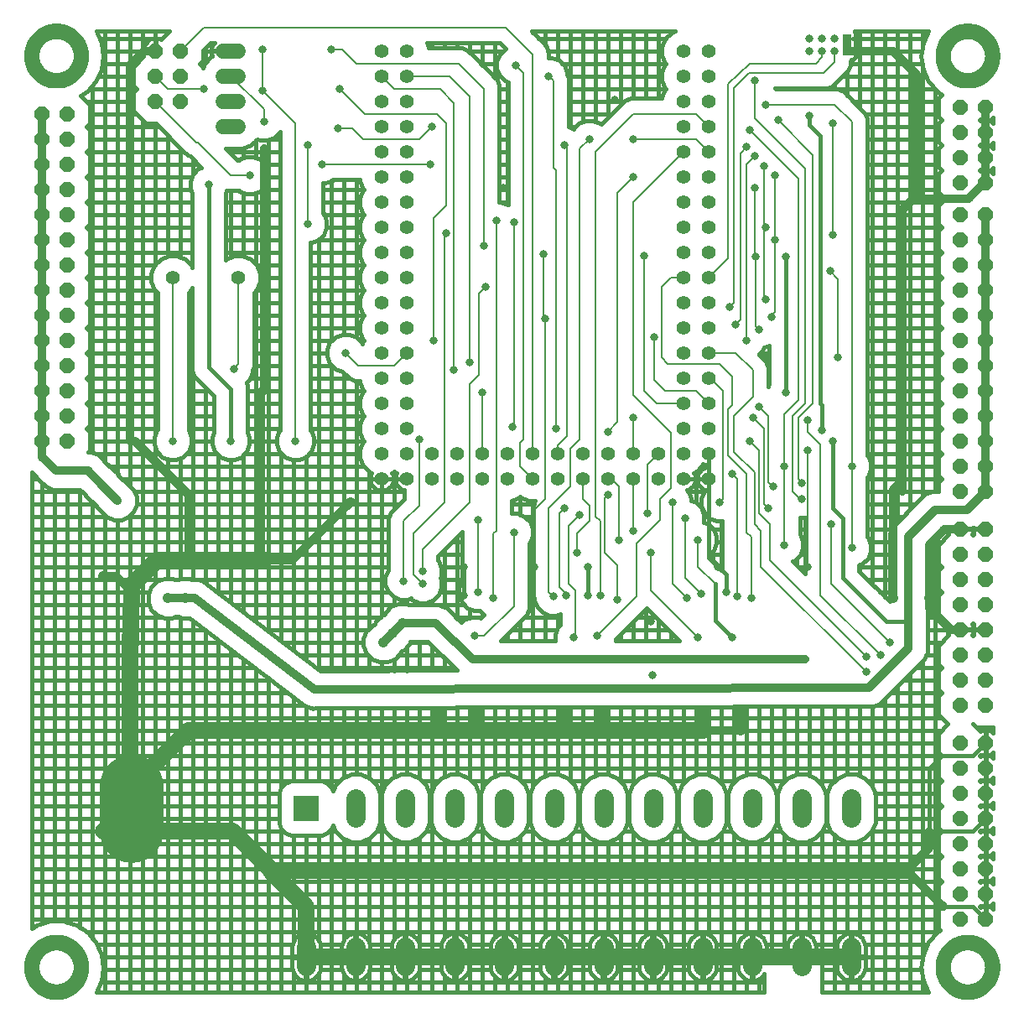
<source format=gbl>
G75*
%MOIN*%
%OFA0B0*%
%FSLAX25Y25*%
%IPPOS*%
%LPD*%
%AMOC8*
5,1,8,0,0,1.08239X$1,22.5*
%
%ADD10C,0.05600*%
%ADD11C,0.03200*%
%ADD12R,0.03200X0.03200*%
%ADD13R,0.10000X0.10000*%
%ADD14C,0.07600*%
%ADD15OC8,0.06000*%
%ADD16C,0.06000*%
%ADD17C,0.05906*%
%ADD18C,0.01800*%
%ADD19C,0.04200*%
%ADD20C,0.06600*%
%ADD21C,0.03200*%
%ADD22C,0.01600*%
%ADD23C,0.00600*%
%ADD24C,0.25400*%
%ADD25C,0.03543*%
D10*
X0146800Y0211800D03*
X0146800Y0221800D03*
X0146800Y0231800D03*
X0146800Y0241800D03*
X0146800Y0251800D03*
X0146800Y0261800D03*
X0146800Y0271800D03*
X0146800Y0281800D03*
X0146800Y0291800D03*
X0146800Y0301800D03*
X0146800Y0311800D03*
X0146800Y0321800D03*
X0146800Y0331800D03*
X0146800Y0341800D03*
X0146800Y0351800D03*
X0146800Y0361800D03*
X0146800Y0371800D03*
X0146800Y0381800D03*
X0156800Y0381800D03*
X0156800Y0371800D03*
X0156800Y0361800D03*
X0156800Y0351800D03*
X0156800Y0341800D03*
X0156800Y0331800D03*
X0156800Y0321800D03*
X0156800Y0311800D03*
X0156800Y0301800D03*
X0156800Y0291800D03*
X0156800Y0281800D03*
X0156800Y0271800D03*
X0156800Y0261800D03*
X0156800Y0251800D03*
X0156800Y0241800D03*
X0156800Y0231800D03*
X0156800Y0221800D03*
X0156800Y0211800D03*
X0166800Y0211800D03*
X0166800Y0221800D03*
X0176800Y0221800D03*
X0176800Y0211800D03*
X0186800Y0211800D03*
X0186800Y0221800D03*
X0196800Y0221800D03*
X0196800Y0211800D03*
X0206800Y0211800D03*
X0206800Y0221800D03*
X0216800Y0221800D03*
X0216800Y0211800D03*
X0226800Y0211800D03*
X0226800Y0221800D03*
X0236800Y0221800D03*
X0236800Y0211800D03*
X0246800Y0211800D03*
X0246800Y0221800D03*
X0256800Y0221800D03*
X0256800Y0211800D03*
X0266800Y0211800D03*
X0266800Y0221800D03*
X0276800Y0221800D03*
X0276800Y0211800D03*
X0276800Y0231800D03*
X0276800Y0241800D03*
X0266800Y0241800D03*
X0266800Y0231800D03*
X0266800Y0251800D03*
X0266800Y0261800D03*
X0276800Y0261800D03*
X0276800Y0251800D03*
X0276800Y0271800D03*
X0276800Y0281800D03*
X0266800Y0281800D03*
X0266800Y0271800D03*
X0266800Y0291800D03*
X0266800Y0301800D03*
X0276800Y0301800D03*
X0276800Y0291800D03*
X0276800Y0311800D03*
X0276800Y0321800D03*
X0266800Y0321800D03*
X0266800Y0311800D03*
X0266800Y0331800D03*
X0276800Y0331800D03*
X0276800Y0341800D03*
X0276800Y0351800D03*
X0266800Y0351800D03*
X0266800Y0341800D03*
X0266800Y0361800D03*
X0266800Y0371800D03*
X0276800Y0371800D03*
X0276800Y0361800D03*
X0276800Y0381800D03*
X0266800Y0381800D03*
X0089792Y0291800D03*
X0063808Y0291800D03*
D11*
X0046800Y0286800D03*
X0046800Y0296800D03*
X0046800Y0306800D03*
X0046800Y0316800D03*
X0046800Y0326800D03*
X0046800Y0336800D03*
X0046800Y0346800D03*
X0046800Y0356800D03*
X0076175Y0366800D03*
X0099300Y0366175D03*
X0099925Y0353675D03*
X0099925Y0343050D03*
X0094300Y0332425D03*
X0078050Y0328675D03*
X0099925Y0313050D03*
X0117425Y0313050D03*
X0123050Y0336800D03*
X0117425Y0344300D03*
X0129300Y0351175D03*
X0129925Y0366800D03*
X0126800Y0382425D03*
X0099300Y0382425D03*
X0166800Y0351800D03*
X0166175Y0336800D03*
X0172425Y0309300D03*
X0187425Y0304300D03*
X0192425Y0314300D03*
X0199300Y0313675D03*
X0211175Y0301175D03*
X0211800Y0275550D03*
X0188050Y0288050D03*
X0167425Y0266800D03*
X0175550Y0254925D03*
X0181800Y0258050D03*
X0186800Y0246175D03*
X0198675Y0232425D03*
X0216175Y0231800D03*
X0236800Y0230550D03*
X0246800Y0236175D03*
X0236800Y0205550D03*
X0225550Y0197425D03*
X0219300Y0199925D03*
X0224300Y0182425D03*
X0228675Y0176800D03*
X0228675Y0165550D03*
X0233675Y0165550D03*
X0240550Y0163675D03*
X0253675Y0154925D03*
X0268050Y0164300D03*
X0273675Y0166175D03*
X0283675Y0166800D03*
X0288050Y0164925D03*
X0293675Y0164300D03*
X0280550Y0176800D03*
X0272425Y0187425D03*
X0267425Y0196175D03*
X0262425Y0202425D03*
X0252425Y0198050D03*
X0246800Y0191175D03*
X0241175Y0187425D03*
X0253675Y0182425D03*
X0281175Y0202425D03*
X0286175Y0213675D03*
X0300550Y0199925D03*
X0302425Y0208675D03*
X0306800Y0216800D03*
X0313675Y0209925D03*
X0313675Y0203675D03*
X0325550Y0193675D03*
X0333675Y0184300D03*
X0316175Y0176800D03*
X0306800Y0185550D03*
X0333675Y0216800D03*
X0326175Y0226800D03*
X0321800Y0231175D03*
X0316175Y0234925D03*
X0307425Y0246175D03*
X0296800Y0240550D03*
X0294300Y0236175D03*
X0293050Y0226800D03*
X0316175Y0223050D03*
X0328050Y0259925D03*
X0353675Y0256800D03*
X0353675Y0266800D03*
X0353675Y0276175D03*
X0353675Y0286800D03*
X0353675Y0296800D03*
X0353675Y0306800D03*
X0353675Y0316800D03*
X0359300Y0329300D03*
X0326175Y0308675D03*
X0324925Y0294300D03*
X0307425Y0299925D03*
X0303050Y0306800D03*
X0299300Y0311800D03*
X0295550Y0299925D03*
X0299300Y0283050D03*
X0301800Y0276175D03*
X0296800Y0271175D03*
X0291800Y0266800D03*
X0287425Y0273050D03*
X0284925Y0279925D03*
X0299300Y0260550D03*
X0254925Y0268050D03*
X0251175Y0300550D03*
X0246800Y0331800D03*
X0246800Y0346800D03*
X0239300Y0362425D03*
X0229300Y0346800D03*
X0219300Y0344300D03*
X0194925Y0327425D03*
X0213050Y0371800D03*
X0199925Y0376175D03*
X0293050Y0350550D03*
X0291800Y0343675D03*
X0294925Y0339925D03*
X0298675Y0336175D03*
X0303050Y0332425D03*
X0294925Y0327425D03*
X0304300Y0354300D03*
X0299300Y0360550D03*
X0294925Y0369925D03*
X0316800Y0381800D03*
X0316800Y0386800D03*
X0321800Y0386800D03*
X0321800Y0381800D03*
X0326800Y0381800D03*
X0326800Y0386800D03*
X0316800Y0356175D03*
X0326175Y0353050D03*
X0353675Y0246175D03*
X0353675Y0236175D03*
X0353675Y0226800D03*
X0353675Y0216800D03*
X0353675Y0206800D03*
X0348675Y0146800D03*
X0344925Y0141800D03*
X0339300Y0141175D03*
X0339300Y0134925D03*
X0314925Y0139925D03*
X0308675Y0139925D03*
X0301175Y0139925D03*
X0286175Y0148675D03*
X0272425Y0148675D03*
X0254300Y0133675D03*
X0253675Y0111800D03*
X0232425Y0149300D03*
X0223050Y0148675D03*
X0219925Y0165550D03*
X0214925Y0164925D03*
X0207425Y0176800D03*
X0199300Y0190550D03*
X0184925Y0195550D03*
X0179300Y0176800D03*
X0179300Y0165550D03*
X0184925Y0166800D03*
X0191175Y0164300D03*
X0183675Y0149300D03*
X0163050Y0169925D03*
X0163050Y0174925D03*
X0155550Y0171175D03*
X0161800Y0227425D03*
X0132425Y0261800D03*
X0112425Y0226800D03*
X0098675Y0246175D03*
X0088050Y0255550D03*
X0086800Y0226800D03*
X0063675Y0226800D03*
X0046800Y0226800D03*
X0046800Y0236800D03*
X0046800Y0246800D03*
X0046800Y0256800D03*
X0046800Y0266800D03*
X0046800Y0276800D03*
D12*
X0331800Y0381800D03*
X0331800Y0386800D03*
D13*
X0116800Y0080855D03*
D14*
X0136485Y0077055D02*
X0136485Y0084655D01*
X0156170Y0084655D02*
X0156170Y0077055D01*
X0175855Y0077055D02*
X0175855Y0084655D01*
X0195540Y0084655D02*
X0195540Y0077055D01*
X0215225Y0077055D02*
X0215225Y0084655D01*
X0234910Y0084655D02*
X0234910Y0077055D01*
X0254595Y0077055D02*
X0254595Y0084655D01*
X0274280Y0084655D02*
X0274280Y0077055D01*
X0293965Y0077055D02*
X0293965Y0084655D01*
X0313650Y0084655D02*
X0313650Y0077055D01*
X0333335Y0077055D02*
X0333335Y0084655D01*
X0333335Y0025600D02*
X0333335Y0018000D01*
X0313650Y0018000D02*
X0313650Y0025600D01*
X0293965Y0025600D02*
X0293965Y0018000D01*
X0274280Y0018000D02*
X0274280Y0025600D01*
X0254595Y0025600D02*
X0254595Y0018000D01*
X0234910Y0018000D02*
X0234910Y0025600D01*
X0215225Y0025600D02*
X0215225Y0018000D01*
X0195540Y0018000D02*
X0195540Y0025600D01*
X0175855Y0025600D02*
X0175855Y0018000D01*
X0156170Y0018000D02*
X0156170Y0025600D01*
X0136485Y0025600D02*
X0136485Y0018000D01*
X0116800Y0018000D02*
X0116800Y0025600D01*
D15*
X0021800Y0226800D03*
X0021800Y0236800D03*
X0021800Y0246800D03*
X0021800Y0256800D03*
X0021800Y0266800D03*
X0021800Y0276800D03*
X0021800Y0286800D03*
X0021800Y0296800D03*
X0021800Y0306800D03*
X0021800Y0316800D03*
X0021800Y0326800D03*
X0021800Y0336800D03*
X0021800Y0346800D03*
X0021800Y0356800D03*
X0011800Y0356800D03*
X0011800Y0346800D03*
X0011800Y0336800D03*
X0011800Y0326800D03*
X0011800Y0316800D03*
X0011800Y0306800D03*
X0011800Y0296800D03*
X0011800Y0286800D03*
X0011800Y0276800D03*
X0011800Y0266800D03*
X0011800Y0256800D03*
X0011800Y0246800D03*
X0011800Y0236800D03*
X0011800Y0226800D03*
X0056800Y0361800D03*
X0056800Y0371800D03*
X0066800Y0371800D03*
X0066800Y0361800D03*
X0066800Y0381800D03*
X0056800Y0381800D03*
X0376800Y0359300D03*
X0376800Y0349300D03*
X0376800Y0339300D03*
X0376800Y0329300D03*
X0386800Y0329300D03*
X0386800Y0339300D03*
X0386800Y0349300D03*
X0386800Y0359300D03*
X0386800Y0316800D03*
X0386800Y0306800D03*
X0386800Y0296800D03*
X0386800Y0286800D03*
X0386800Y0276800D03*
X0386800Y0266800D03*
X0386800Y0256800D03*
X0386800Y0246800D03*
X0386800Y0236800D03*
X0386800Y0226800D03*
X0386800Y0216800D03*
X0386800Y0206800D03*
X0376800Y0206800D03*
X0376800Y0216800D03*
X0376800Y0226800D03*
X0376800Y0236800D03*
X0376800Y0246800D03*
X0376800Y0256800D03*
X0376800Y0266800D03*
X0376800Y0276800D03*
X0376800Y0286800D03*
X0376800Y0296800D03*
X0376800Y0306800D03*
X0376800Y0316800D03*
X0376800Y0191800D03*
X0376800Y0181800D03*
X0376800Y0171800D03*
X0376800Y0161800D03*
X0376800Y0151800D03*
X0376800Y0141800D03*
X0376800Y0131800D03*
X0376800Y0121800D03*
X0386800Y0121800D03*
X0386800Y0131800D03*
X0386800Y0141800D03*
X0386800Y0151800D03*
X0386800Y0161800D03*
X0386800Y0171800D03*
X0386800Y0181800D03*
X0386800Y0191800D03*
X0386800Y0106800D03*
X0386800Y0096800D03*
X0386800Y0086800D03*
X0386800Y0076800D03*
X0386800Y0066800D03*
X0386800Y0056800D03*
X0386800Y0046800D03*
X0386800Y0036800D03*
X0376800Y0036800D03*
X0376800Y0046800D03*
X0376800Y0056800D03*
X0376800Y0066800D03*
X0376800Y0076800D03*
X0376800Y0086800D03*
X0376800Y0096800D03*
X0376800Y0106800D03*
D16*
X0089800Y0351800D02*
X0083800Y0351800D01*
X0083800Y0361800D02*
X0089800Y0361800D01*
X0089800Y0371800D02*
X0083800Y0371800D01*
X0083800Y0381800D02*
X0089800Y0381800D01*
D17*
X0007705Y0379753D02*
X0007708Y0379995D01*
X0007717Y0380236D01*
X0007732Y0380477D01*
X0007752Y0380718D01*
X0007779Y0380958D01*
X0007812Y0381197D01*
X0007850Y0381436D01*
X0007894Y0381673D01*
X0007944Y0381910D01*
X0008000Y0382145D01*
X0008062Y0382378D01*
X0008129Y0382610D01*
X0008202Y0382841D01*
X0008280Y0383069D01*
X0008365Y0383295D01*
X0008454Y0383520D01*
X0008549Y0383742D01*
X0008650Y0383961D01*
X0008756Y0384179D01*
X0008867Y0384393D01*
X0008984Y0384605D01*
X0009105Y0384813D01*
X0009232Y0385019D01*
X0009364Y0385221D01*
X0009501Y0385421D01*
X0009642Y0385616D01*
X0009788Y0385809D01*
X0009939Y0385997D01*
X0010095Y0386182D01*
X0010255Y0386363D01*
X0010419Y0386540D01*
X0010588Y0386713D01*
X0010761Y0386882D01*
X0010938Y0387046D01*
X0011119Y0387206D01*
X0011304Y0387362D01*
X0011492Y0387513D01*
X0011685Y0387659D01*
X0011880Y0387800D01*
X0012080Y0387937D01*
X0012282Y0388069D01*
X0012488Y0388196D01*
X0012696Y0388317D01*
X0012908Y0388434D01*
X0013122Y0388545D01*
X0013340Y0388651D01*
X0013559Y0388752D01*
X0013781Y0388847D01*
X0014006Y0388936D01*
X0014232Y0389021D01*
X0014460Y0389099D01*
X0014691Y0389172D01*
X0014923Y0389239D01*
X0015156Y0389301D01*
X0015391Y0389357D01*
X0015628Y0389407D01*
X0015865Y0389451D01*
X0016104Y0389489D01*
X0016343Y0389522D01*
X0016583Y0389549D01*
X0016824Y0389569D01*
X0017065Y0389584D01*
X0017306Y0389593D01*
X0017548Y0389596D01*
X0017790Y0389593D01*
X0018031Y0389584D01*
X0018272Y0389569D01*
X0018513Y0389549D01*
X0018753Y0389522D01*
X0018992Y0389489D01*
X0019231Y0389451D01*
X0019468Y0389407D01*
X0019705Y0389357D01*
X0019940Y0389301D01*
X0020173Y0389239D01*
X0020405Y0389172D01*
X0020636Y0389099D01*
X0020864Y0389021D01*
X0021090Y0388936D01*
X0021315Y0388847D01*
X0021537Y0388752D01*
X0021756Y0388651D01*
X0021974Y0388545D01*
X0022188Y0388434D01*
X0022400Y0388317D01*
X0022608Y0388196D01*
X0022814Y0388069D01*
X0023016Y0387937D01*
X0023216Y0387800D01*
X0023411Y0387659D01*
X0023604Y0387513D01*
X0023792Y0387362D01*
X0023977Y0387206D01*
X0024158Y0387046D01*
X0024335Y0386882D01*
X0024508Y0386713D01*
X0024677Y0386540D01*
X0024841Y0386363D01*
X0025001Y0386182D01*
X0025157Y0385997D01*
X0025308Y0385809D01*
X0025454Y0385616D01*
X0025595Y0385421D01*
X0025732Y0385221D01*
X0025864Y0385019D01*
X0025991Y0384813D01*
X0026112Y0384605D01*
X0026229Y0384393D01*
X0026340Y0384179D01*
X0026446Y0383961D01*
X0026547Y0383742D01*
X0026642Y0383520D01*
X0026731Y0383295D01*
X0026816Y0383069D01*
X0026894Y0382841D01*
X0026967Y0382610D01*
X0027034Y0382378D01*
X0027096Y0382145D01*
X0027152Y0381910D01*
X0027202Y0381673D01*
X0027246Y0381436D01*
X0027284Y0381197D01*
X0027317Y0380958D01*
X0027344Y0380718D01*
X0027364Y0380477D01*
X0027379Y0380236D01*
X0027388Y0379995D01*
X0027391Y0379753D01*
X0027388Y0379511D01*
X0027379Y0379270D01*
X0027364Y0379029D01*
X0027344Y0378788D01*
X0027317Y0378548D01*
X0027284Y0378309D01*
X0027246Y0378070D01*
X0027202Y0377833D01*
X0027152Y0377596D01*
X0027096Y0377361D01*
X0027034Y0377128D01*
X0026967Y0376896D01*
X0026894Y0376665D01*
X0026816Y0376437D01*
X0026731Y0376211D01*
X0026642Y0375986D01*
X0026547Y0375764D01*
X0026446Y0375545D01*
X0026340Y0375327D01*
X0026229Y0375113D01*
X0026112Y0374901D01*
X0025991Y0374693D01*
X0025864Y0374487D01*
X0025732Y0374285D01*
X0025595Y0374085D01*
X0025454Y0373890D01*
X0025308Y0373697D01*
X0025157Y0373509D01*
X0025001Y0373324D01*
X0024841Y0373143D01*
X0024677Y0372966D01*
X0024508Y0372793D01*
X0024335Y0372624D01*
X0024158Y0372460D01*
X0023977Y0372300D01*
X0023792Y0372144D01*
X0023604Y0371993D01*
X0023411Y0371847D01*
X0023216Y0371706D01*
X0023016Y0371569D01*
X0022814Y0371437D01*
X0022608Y0371310D01*
X0022400Y0371189D01*
X0022188Y0371072D01*
X0021974Y0370961D01*
X0021756Y0370855D01*
X0021537Y0370754D01*
X0021315Y0370659D01*
X0021090Y0370570D01*
X0020864Y0370485D01*
X0020636Y0370407D01*
X0020405Y0370334D01*
X0020173Y0370267D01*
X0019940Y0370205D01*
X0019705Y0370149D01*
X0019468Y0370099D01*
X0019231Y0370055D01*
X0018992Y0370017D01*
X0018753Y0369984D01*
X0018513Y0369957D01*
X0018272Y0369937D01*
X0018031Y0369922D01*
X0017790Y0369913D01*
X0017548Y0369910D01*
X0017306Y0369913D01*
X0017065Y0369922D01*
X0016824Y0369937D01*
X0016583Y0369957D01*
X0016343Y0369984D01*
X0016104Y0370017D01*
X0015865Y0370055D01*
X0015628Y0370099D01*
X0015391Y0370149D01*
X0015156Y0370205D01*
X0014923Y0370267D01*
X0014691Y0370334D01*
X0014460Y0370407D01*
X0014232Y0370485D01*
X0014006Y0370570D01*
X0013781Y0370659D01*
X0013559Y0370754D01*
X0013340Y0370855D01*
X0013122Y0370961D01*
X0012908Y0371072D01*
X0012696Y0371189D01*
X0012488Y0371310D01*
X0012282Y0371437D01*
X0012080Y0371569D01*
X0011880Y0371706D01*
X0011685Y0371847D01*
X0011492Y0371993D01*
X0011304Y0372144D01*
X0011119Y0372300D01*
X0010938Y0372460D01*
X0010761Y0372624D01*
X0010588Y0372793D01*
X0010419Y0372966D01*
X0010255Y0373143D01*
X0010095Y0373324D01*
X0009939Y0373509D01*
X0009788Y0373697D01*
X0009642Y0373890D01*
X0009501Y0374085D01*
X0009364Y0374285D01*
X0009232Y0374487D01*
X0009105Y0374693D01*
X0008984Y0374901D01*
X0008867Y0375113D01*
X0008756Y0375327D01*
X0008650Y0375545D01*
X0008549Y0375764D01*
X0008454Y0375986D01*
X0008365Y0376211D01*
X0008280Y0376437D01*
X0008202Y0376665D01*
X0008129Y0376896D01*
X0008062Y0377128D01*
X0008000Y0377361D01*
X0007944Y0377596D01*
X0007894Y0377833D01*
X0007850Y0378070D01*
X0007812Y0378309D01*
X0007779Y0378548D01*
X0007752Y0378788D01*
X0007732Y0379029D01*
X0007717Y0379270D01*
X0007708Y0379511D01*
X0007705Y0379753D01*
X0007705Y0017548D02*
X0007708Y0017790D01*
X0007717Y0018031D01*
X0007732Y0018272D01*
X0007752Y0018513D01*
X0007779Y0018753D01*
X0007812Y0018992D01*
X0007850Y0019231D01*
X0007894Y0019468D01*
X0007944Y0019705D01*
X0008000Y0019940D01*
X0008062Y0020173D01*
X0008129Y0020405D01*
X0008202Y0020636D01*
X0008280Y0020864D01*
X0008365Y0021090D01*
X0008454Y0021315D01*
X0008549Y0021537D01*
X0008650Y0021756D01*
X0008756Y0021974D01*
X0008867Y0022188D01*
X0008984Y0022400D01*
X0009105Y0022608D01*
X0009232Y0022814D01*
X0009364Y0023016D01*
X0009501Y0023216D01*
X0009642Y0023411D01*
X0009788Y0023604D01*
X0009939Y0023792D01*
X0010095Y0023977D01*
X0010255Y0024158D01*
X0010419Y0024335D01*
X0010588Y0024508D01*
X0010761Y0024677D01*
X0010938Y0024841D01*
X0011119Y0025001D01*
X0011304Y0025157D01*
X0011492Y0025308D01*
X0011685Y0025454D01*
X0011880Y0025595D01*
X0012080Y0025732D01*
X0012282Y0025864D01*
X0012488Y0025991D01*
X0012696Y0026112D01*
X0012908Y0026229D01*
X0013122Y0026340D01*
X0013340Y0026446D01*
X0013559Y0026547D01*
X0013781Y0026642D01*
X0014006Y0026731D01*
X0014232Y0026816D01*
X0014460Y0026894D01*
X0014691Y0026967D01*
X0014923Y0027034D01*
X0015156Y0027096D01*
X0015391Y0027152D01*
X0015628Y0027202D01*
X0015865Y0027246D01*
X0016104Y0027284D01*
X0016343Y0027317D01*
X0016583Y0027344D01*
X0016824Y0027364D01*
X0017065Y0027379D01*
X0017306Y0027388D01*
X0017548Y0027391D01*
X0017790Y0027388D01*
X0018031Y0027379D01*
X0018272Y0027364D01*
X0018513Y0027344D01*
X0018753Y0027317D01*
X0018992Y0027284D01*
X0019231Y0027246D01*
X0019468Y0027202D01*
X0019705Y0027152D01*
X0019940Y0027096D01*
X0020173Y0027034D01*
X0020405Y0026967D01*
X0020636Y0026894D01*
X0020864Y0026816D01*
X0021090Y0026731D01*
X0021315Y0026642D01*
X0021537Y0026547D01*
X0021756Y0026446D01*
X0021974Y0026340D01*
X0022188Y0026229D01*
X0022400Y0026112D01*
X0022608Y0025991D01*
X0022814Y0025864D01*
X0023016Y0025732D01*
X0023216Y0025595D01*
X0023411Y0025454D01*
X0023604Y0025308D01*
X0023792Y0025157D01*
X0023977Y0025001D01*
X0024158Y0024841D01*
X0024335Y0024677D01*
X0024508Y0024508D01*
X0024677Y0024335D01*
X0024841Y0024158D01*
X0025001Y0023977D01*
X0025157Y0023792D01*
X0025308Y0023604D01*
X0025454Y0023411D01*
X0025595Y0023216D01*
X0025732Y0023016D01*
X0025864Y0022814D01*
X0025991Y0022608D01*
X0026112Y0022400D01*
X0026229Y0022188D01*
X0026340Y0021974D01*
X0026446Y0021756D01*
X0026547Y0021537D01*
X0026642Y0021315D01*
X0026731Y0021090D01*
X0026816Y0020864D01*
X0026894Y0020636D01*
X0026967Y0020405D01*
X0027034Y0020173D01*
X0027096Y0019940D01*
X0027152Y0019705D01*
X0027202Y0019468D01*
X0027246Y0019231D01*
X0027284Y0018992D01*
X0027317Y0018753D01*
X0027344Y0018513D01*
X0027364Y0018272D01*
X0027379Y0018031D01*
X0027388Y0017790D01*
X0027391Y0017548D01*
X0027388Y0017306D01*
X0027379Y0017065D01*
X0027364Y0016824D01*
X0027344Y0016583D01*
X0027317Y0016343D01*
X0027284Y0016104D01*
X0027246Y0015865D01*
X0027202Y0015628D01*
X0027152Y0015391D01*
X0027096Y0015156D01*
X0027034Y0014923D01*
X0026967Y0014691D01*
X0026894Y0014460D01*
X0026816Y0014232D01*
X0026731Y0014006D01*
X0026642Y0013781D01*
X0026547Y0013559D01*
X0026446Y0013340D01*
X0026340Y0013122D01*
X0026229Y0012908D01*
X0026112Y0012696D01*
X0025991Y0012488D01*
X0025864Y0012282D01*
X0025732Y0012080D01*
X0025595Y0011880D01*
X0025454Y0011685D01*
X0025308Y0011492D01*
X0025157Y0011304D01*
X0025001Y0011119D01*
X0024841Y0010938D01*
X0024677Y0010761D01*
X0024508Y0010588D01*
X0024335Y0010419D01*
X0024158Y0010255D01*
X0023977Y0010095D01*
X0023792Y0009939D01*
X0023604Y0009788D01*
X0023411Y0009642D01*
X0023216Y0009501D01*
X0023016Y0009364D01*
X0022814Y0009232D01*
X0022608Y0009105D01*
X0022400Y0008984D01*
X0022188Y0008867D01*
X0021974Y0008756D01*
X0021756Y0008650D01*
X0021537Y0008549D01*
X0021315Y0008454D01*
X0021090Y0008365D01*
X0020864Y0008280D01*
X0020636Y0008202D01*
X0020405Y0008129D01*
X0020173Y0008062D01*
X0019940Y0008000D01*
X0019705Y0007944D01*
X0019468Y0007894D01*
X0019231Y0007850D01*
X0018992Y0007812D01*
X0018753Y0007779D01*
X0018513Y0007752D01*
X0018272Y0007732D01*
X0018031Y0007717D01*
X0017790Y0007708D01*
X0017548Y0007705D01*
X0017306Y0007708D01*
X0017065Y0007717D01*
X0016824Y0007732D01*
X0016583Y0007752D01*
X0016343Y0007779D01*
X0016104Y0007812D01*
X0015865Y0007850D01*
X0015628Y0007894D01*
X0015391Y0007944D01*
X0015156Y0008000D01*
X0014923Y0008062D01*
X0014691Y0008129D01*
X0014460Y0008202D01*
X0014232Y0008280D01*
X0014006Y0008365D01*
X0013781Y0008454D01*
X0013559Y0008549D01*
X0013340Y0008650D01*
X0013122Y0008756D01*
X0012908Y0008867D01*
X0012696Y0008984D01*
X0012488Y0009105D01*
X0012282Y0009232D01*
X0012080Y0009364D01*
X0011880Y0009501D01*
X0011685Y0009642D01*
X0011492Y0009788D01*
X0011304Y0009939D01*
X0011119Y0010095D01*
X0010938Y0010255D01*
X0010761Y0010419D01*
X0010588Y0010588D01*
X0010419Y0010761D01*
X0010255Y0010938D01*
X0010095Y0011119D01*
X0009939Y0011304D01*
X0009788Y0011492D01*
X0009642Y0011685D01*
X0009501Y0011880D01*
X0009364Y0012080D01*
X0009232Y0012282D01*
X0009105Y0012488D01*
X0008984Y0012696D01*
X0008867Y0012908D01*
X0008756Y0013122D01*
X0008650Y0013340D01*
X0008549Y0013559D01*
X0008454Y0013781D01*
X0008365Y0014006D01*
X0008280Y0014232D01*
X0008202Y0014460D01*
X0008129Y0014691D01*
X0008062Y0014923D01*
X0008000Y0015156D01*
X0007944Y0015391D01*
X0007894Y0015628D01*
X0007850Y0015865D01*
X0007812Y0016104D01*
X0007779Y0016343D01*
X0007752Y0016583D01*
X0007732Y0016824D01*
X0007717Y0017065D01*
X0007708Y0017306D01*
X0007705Y0017548D01*
X0369910Y0017548D02*
X0369913Y0017790D01*
X0369922Y0018031D01*
X0369937Y0018272D01*
X0369957Y0018513D01*
X0369984Y0018753D01*
X0370017Y0018992D01*
X0370055Y0019231D01*
X0370099Y0019468D01*
X0370149Y0019705D01*
X0370205Y0019940D01*
X0370267Y0020173D01*
X0370334Y0020405D01*
X0370407Y0020636D01*
X0370485Y0020864D01*
X0370570Y0021090D01*
X0370659Y0021315D01*
X0370754Y0021537D01*
X0370855Y0021756D01*
X0370961Y0021974D01*
X0371072Y0022188D01*
X0371189Y0022400D01*
X0371310Y0022608D01*
X0371437Y0022814D01*
X0371569Y0023016D01*
X0371706Y0023216D01*
X0371847Y0023411D01*
X0371993Y0023604D01*
X0372144Y0023792D01*
X0372300Y0023977D01*
X0372460Y0024158D01*
X0372624Y0024335D01*
X0372793Y0024508D01*
X0372966Y0024677D01*
X0373143Y0024841D01*
X0373324Y0025001D01*
X0373509Y0025157D01*
X0373697Y0025308D01*
X0373890Y0025454D01*
X0374085Y0025595D01*
X0374285Y0025732D01*
X0374487Y0025864D01*
X0374693Y0025991D01*
X0374901Y0026112D01*
X0375113Y0026229D01*
X0375327Y0026340D01*
X0375545Y0026446D01*
X0375764Y0026547D01*
X0375986Y0026642D01*
X0376211Y0026731D01*
X0376437Y0026816D01*
X0376665Y0026894D01*
X0376896Y0026967D01*
X0377128Y0027034D01*
X0377361Y0027096D01*
X0377596Y0027152D01*
X0377833Y0027202D01*
X0378070Y0027246D01*
X0378309Y0027284D01*
X0378548Y0027317D01*
X0378788Y0027344D01*
X0379029Y0027364D01*
X0379270Y0027379D01*
X0379511Y0027388D01*
X0379753Y0027391D01*
X0379995Y0027388D01*
X0380236Y0027379D01*
X0380477Y0027364D01*
X0380718Y0027344D01*
X0380958Y0027317D01*
X0381197Y0027284D01*
X0381436Y0027246D01*
X0381673Y0027202D01*
X0381910Y0027152D01*
X0382145Y0027096D01*
X0382378Y0027034D01*
X0382610Y0026967D01*
X0382841Y0026894D01*
X0383069Y0026816D01*
X0383295Y0026731D01*
X0383520Y0026642D01*
X0383742Y0026547D01*
X0383961Y0026446D01*
X0384179Y0026340D01*
X0384393Y0026229D01*
X0384605Y0026112D01*
X0384813Y0025991D01*
X0385019Y0025864D01*
X0385221Y0025732D01*
X0385421Y0025595D01*
X0385616Y0025454D01*
X0385809Y0025308D01*
X0385997Y0025157D01*
X0386182Y0025001D01*
X0386363Y0024841D01*
X0386540Y0024677D01*
X0386713Y0024508D01*
X0386882Y0024335D01*
X0387046Y0024158D01*
X0387206Y0023977D01*
X0387362Y0023792D01*
X0387513Y0023604D01*
X0387659Y0023411D01*
X0387800Y0023216D01*
X0387937Y0023016D01*
X0388069Y0022814D01*
X0388196Y0022608D01*
X0388317Y0022400D01*
X0388434Y0022188D01*
X0388545Y0021974D01*
X0388651Y0021756D01*
X0388752Y0021537D01*
X0388847Y0021315D01*
X0388936Y0021090D01*
X0389021Y0020864D01*
X0389099Y0020636D01*
X0389172Y0020405D01*
X0389239Y0020173D01*
X0389301Y0019940D01*
X0389357Y0019705D01*
X0389407Y0019468D01*
X0389451Y0019231D01*
X0389489Y0018992D01*
X0389522Y0018753D01*
X0389549Y0018513D01*
X0389569Y0018272D01*
X0389584Y0018031D01*
X0389593Y0017790D01*
X0389596Y0017548D01*
X0389593Y0017306D01*
X0389584Y0017065D01*
X0389569Y0016824D01*
X0389549Y0016583D01*
X0389522Y0016343D01*
X0389489Y0016104D01*
X0389451Y0015865D01*
X0389407Y0015628D01*
X0389357Y0015391D01*
X0389301Y0015156D01*
X0389239Y0014923D01*
X0389172Y0014691D01*
X0389099Y0014460D01*
X0389021Y0014232D01*
X0388936Y0014006D01*
X0388847Y0013781D01*
X0388752Y0013559D01*
X0388651Y0013340D01*
X0388545Y0013122D01*
X0388434Y0012908D01*
X0388317Y0012696D01*
X0388196Y0012488D01*
X0388069Y0012282D01*
X0387937Y0012080D01*
X0387800Y0011880D01*
X0387659Y0011685D01*
X0387513Y0011492D01*
X0387362Y0011304D01*
X0387206Y0011119D01*
X0387046Y0010938D01*
X0386882Y0010761D01*
X0386713Y0010588D01*
X0386540Y0010419D01*
X0386363Y0010255D01*
X0386182Y0010095D01*
X0385997Y0009939D01*
X0385809Y0009788D01*
X0385616Y0009642D01*
X0385421Y0009501D01*
X0385221Y0009364D01*
X0385019Y0009232D01*
X0384813Y0009105D01*
X0384605Y0008984D01*
X0384393Y0008867D01*
X0384179Y0008756D01*
X0383961Y0008650D01*
X0383742Y0008549D01*
X0383520Y0008454D01*
X0383295Y0008365D01*
X0383069Y0008280D01*
X0382841Y0008202D01*
X0382610Y0008129D01*
X0382378Y0008062D01*
X0382145Y0008000D01*
X0381910Y0007944D01*
X0381673Y0007894D01*
X0381436Y0007850D01*
X0381197Y0007812D01*
X0380958Y0007779D01*
X0380718Y0007752D01*
X0380477Y0007732D01*
X0380236Y0007717D01*
X0379995Y0007708D01*
X0379753Y0007705D01*
X0379511Y0007708D01*
X0379270Y0007717D01*
X0379029Y0007732D01*
X0378788Y0007752D01*
X0378548Y0007779D01*
X0378309Y0007812D01*
X0378070Y0007850D01*
X0377833Y0007894D01*
X0377596Y0007944D01*
X0377361Y0008000D01*
X0377128Y0008062D01*
X0376896Y0008129D01*
X0376665Y0008202D01*
X0376437Y0008280D01*
X0376211Y0008365D01*
X0375986Y0008454D01*
X0375764Y0008549D01*
X0375545Y0008650D01*
X0375327Y0008756D01*
X0375113Y0008867D01*
X0374901Y0008984D01*
X0374693Y0009105D01*
X0374487Y0009232D01*
X0374285Y0009364D01*
X0374085Y0009501D01*
X0373890Y0009642D01*
X0373697Y0009788D01*
X0373509Y0009939D01*
X0373324Y0010095D01*
X0373143Y0010255D01*
X0372966Y0010419D01*
X0372793Y0010588D01*
X0372624Y0010761D01*
X0372460Y0010938D01*
X0372300Y0011119D01*
X0372144Y0011304D01*
X0371993Y0011492D01*
X0371847Y0011685D01*
X0371706Y0011880D01*
X0371569Y0012080D01*
X0371437Y0012282D01*
X0371310Y0012488D01*
X0371189Y0012696D01*
X0371072Y0012908D01*
X0370961Y0013122D01*
X0370855Y0013340D01*
X0370754Y0013559D01*
X0370659Y0013781D01*
X0370570Y0014006D01*
X0370485Y0014232D01*
X0370407Y0014460D01*
X0370334Y0014691D01*
X0370267Y0014923D01*
X0370205Y0015156D01*
X0370149Y0015391D01*
X0370099Y0015628D01*
X0370055Y0015865D01*
X0370017Y0016104D01*
X0369984Y0016343D01*
X0369957Y0016583D01*
X0369937Y0016824D01*
X0369922Y0017065D01*
X0369913Y0017306D01*
X0369910Y0017548D01*
X0369910Y0379753D02*
X0369913Y0379995D01*
X0369922Y0380236D01*
X0369937Y0380477D01*
X0369957Y0380718D01*
X0369984Y0380958D01*
X0370017Y0381197D01*
X0370055Y0381436D01*
X0370099Y0381673D01*
X0370149Y0381910D01*
X0370205Y0382145D01*
X0370267Y0382378D01*
X0370334Y0382610D01*
X0370407Y0382841D01*
X0370485Y0383069D01*
X0370570Y0383295D01*
X0370659Y0383520D01*
X0370754Y0383742D01*
X0370855Y0383961D01*
X0370961Y0384179D01*
X0371072Y0384393D01*
X0371189Y0384605D01*
X0371310Y0384813D01*
X0371437Y0385019D01*
X0371569Y0385221D01*
X0371706Y0385421D01*
X0371847Y0385616D01*
X0371993Y0385809D01*
X0372144Y0385997D01*
X0372300Y0386182D01*
X0372460Y0386363D01*
X0372624Y0386540D01*
X0372793Y0386713D01*
X0372966Y0386882D01*
X0373143Y0387046D01*
X0373324Y0387206D01*
X0373509Y0387362D01*
X0373697Y0387513D01*
X0373890Y0387659D01*
X0374085Y0387800D01*
X0374285Y0387937D01*
X0374487Y0388069D01*
X0374693Y0388196D01*
X0374901Y0388317D01*
X0375113Y0388434D01*
X0375327Y0388545D01*
X0375545Y0388651D01*
X0375764Y0388752D01*
X0375986Y0388847D01*
X0376211Y0388936D01*
X0376437Y0389021D01*
X0376665Y0389099D01*
X0376896Y0389172D01*
X0377128Y0389239D01*
X0377361Y0389301D01*
X0377596Y0389357D01*
X0377833Y0389407D01*
X0378070Y0389451D01*
X0378309Y0389489D01*
X0378548Y0389522D01*
X0378788Y0389549D01*
X0379029Y0389569D01*
X0379270Y0389584D01*
X0379511Y0389593D01*
X0379753Y0389596D01*
X0379995Y0389593D01*
X0380236Y0389584D01*
X0380477Y0389569D01*
X0380718Y0389549D01*
X0380958Y0389522D01*
X0381197Y0389489D01*
X0381436Y0389451D01*
X0381673Y0389407D01*
X0381910Y0389357D01*
X0382145Y0389301D01*
X0382378Y0389239D01*
X0382610Y0389172D01*
X0382841Y0389099D01*
X0383069Y0389021D01*
X0383295Y0388936D01*
X0383520Y0388847D01*
X0383742Y0388752D01*
X0383961Y0388651D01*
X0384179Y0388545D01*
X0384393Y0388434D01*
X0384605Y0388317D01*
X0384813Y0388196D01*
X0385019Y0388069D01*
X0385221Y0387937D01*
X0385421Y0387800D01*
X0385616Y0387659D01*
X0385809Y0387513D01*
X0385997Y0387362D01*
X0386182Y0387206D01*
X0386363Y0387046D01*
X0386540Y0386882D01*
X0386713Y0386713D01*
X0386882Y0386540D01*
X0387046Y0386363D01*
X0387206Y0386182D01*
X0387362Y0385997D01*
X0387513Y0385809D01*
X0387659Y0385616D01*
X0387800Y0385421D01*
X0387937Y0385221D01*
X0388069Y0385019D01*
X0388196Y0384813D01*
X0388317Y0384605D01*
X0388434Y0384393D01*
X0388545Y0384179D01*
X0388651Y0383961D01*
X0388752Y0383742D01*
X0388847Y0383520D01*
X0388936Y0383295D01*
X0389021Y0383069D01*
X0389099Y0382841D01*
X0389172Y0382610D01*
X0389239Y0382378D01*
X0389301Y0382145D01*
X0389357Y0381910D01*
X0389407Y0381673D01*
X0389451Y0381436D01*
X0389489Y0381197D01*
X0389522Y0380958D01*
X0389549Y0380718D01*
X0389569Y0380477D01*
X0389584Y0380236D01*
X0389593Y0379995D01*
X0389596Y0379753D01*
X0389593Y0379511D01*
X0389584Y0379270D01*
X0389569Y0379029D01*
X0389549Y0378788D01*
X0389522Y0378548D01*
X0389489Y0378309D01*
X0389451Y0378070D01*
X0389407Y0377833D01*
X0389357Y0377596D01*
X0389301Y0377361D01*
X0389239Y0377128D01*
X0389172Y0376896D01*
X0389099Y0376665D01*
X0389021Y0376437D01*
X0388936Y0376211D01*
X0388847Y0375986D01*
X0388752Y0375764D01*
X0388651Y0375545D01*
X0388545Y0375327D01*
X0388434Y0375113D01*
X0388317Y0374901D01*
X0388196Y0374693D01*
X0388069Y0374487D01*
X0387937Y0374285D01*
X0387800Y0374085D01*
X0387659Y0373890D01*
X0387513Y0373697D01*
X0387362Y0373509D01*
X0387206Y0373324D01*
X0387046Y0373143D01*
X0386882Y0372966D01*
X0386713Y0372793D01*
X0386540Y0372624D01*
X0386363Y0372460D01*
X0386182Y0372300D01*
X0385997Y0372144D01*
X0385809Y0371993D01*
X0385616Y0371847D01*
X0385421Y0371706D01*
X0385221Y0371569D01*
X0385019Y0371437D01*
X0384813Y0371310D01*
X0384605Y0371189D01*
X0384393Y0371072D01*
X0384179Y0370961D01*
X0383961Y0370855D01*
X0383742Y0370754D01*
X0383520Y0370659D01*
X0383295Y0370570D01*
X0383069Y0370485D01*
X0382841Y0370407D01*
X0382610Y0370334D01*
X0382378Y0370267D01*
X0382145Y0370205D01*
X0381910Y0370149D01*
X0381673Y0370099D01*
X0381436Y0370055D01*
X0381197Y0370017D01*
X0380958Y0369984D01*
X0380718Y0369957D01*
X0380477Y0369937D01*
X0380236Y0369922D01*
X0379995Y0369913D01*
X0379753Y0369910D01*
X0379511Y0369913D01*
X0379270Y0369922D01*
X0379029Y0369937D01*
X0378788Y0369957D01*
X0378548Y0369984D01*
X0378309Y0370017D01*
X0378070Y0370055D01*
X0377833Y0370099D01*
X0377596Y0370149D01*
X0377361Y0370205D01*
X0377128Y0370267D01*
X0376896Y0370334D01*
X0376665Y0370407D01*
X0376437Y0370485D01*
X0376211Y0370570D01*
X0375986Y0370659D01*
X0375764Y0370754D01*
X0375545Y0370855D01*
X0375327Y0370961D01*
X0375113Y0371072D01*
X0374901Y0371189D01*
X0374693Y0371310D01*
X0374487Y0371437D01*
X0374285Y0371569D01*
X0374085Y0371706D01*
X0373890Y0371847D01*
X0373697Y0371993D01*
X0373509Y0372144D01*
X0373324Y0372300D01*
X0373143Y0372460D01*
X0372966Y0372624D01*
X0372793Y0372793D01*
X0372624Y0372966D01*
X0372460Y0373143D01*
X0372300Y0373324D01*
X0372144Y0373509D01*
X0371993Y0373697D01*
X0371847Y0373890D01*
X0371706Y0374085D01*
X0371569Y0374285D01*
X0371437Y0374487D01*
X0371310Y0374693D01*
X0371189Y0374901D01*
X0371072Y0375113D01*
X0370961Y0375327D01*
X0370855Y0375545D01*
X0370754Y0375764D01*
X0370659Y0375986D01*
X0370570Y0376211D01*
X0370485Y0376437D01*
X0370407Y0376665D01*
X0370334Y0376896D01*
X0370267Y0377128D01*
X0370205Y0377361D01*
X0370149Y0377596D01*
X0370099Y0377833D01*
X0370055Y0378070D01*
X0370017Y0378309D01*
X0369984Y0378548D01*
X0369957Y0378788D01*
X0369937Y0379029D01*
X0369922Y0379270D01*
X0369913Y0379511D01*
X0369910Y0379753D01*
D18*
X0010548Y0010548D03*
X0017548Y0007548D03*
X0025048Y0010548D03*
X0028048Y0017548D03*
X0024548Y0024048D03*
X0017548Y0027548D03*
X0010548Y0024548D03*
X0007548Y0018048D03*
X0017548Y0369753D03*
X0010548Y0372753D03*
X0007548Y0380253D03*
X0010548Y0386753D03*
X0017548Y0389753D03*
X0024548Y0386253D03*
X0028048Y0379753D03*
X0025048Y0372753D03*
X0369753Y0380253D03*
X0372753Y0386753D03*
X0379753Y0389753D03*
X0386753Y0386253D03*
X0390253Y0379753D03*
X0387253Y0372753D03*
X0379753Y0369753D03*
X0372753Y0372753D03*
X0379753Y0027548D03*
X0372753Y0024548D03*
X0369753Y0018048D03*
X0372753Y0010548D03*
X0379753Y0007548D03*
X0387253Y0010548D03*
X0390253Y0017548D03*
X0386753Y0024048D03*
D19*
X0289300Y0111800D03*
X0289300Y0119300D03*
X0274300Y0119300D03*
X0274300Y0111800D03*
X0234300Y0111800D03*
X0234300Y0119300D03*
X0219300Y0119300D03*
X0219300Y0111800D03*
X0184300Y0111800D03*
X0184300Y0119300D03*
X0169300Y0119300D03*
X0169300Y0111800D03*
X0150550Y0111800D03*
X0141800Y0111800D03*
X0147425Y0146800D03*
X0151175Y0150550D03*
X0154925Y0154300D03*
X0134300Y0202425D03*
X0099925Y0179300D03*
X0069925Y0179300D03*
X0068675Y0164300D03*
X0061800Y0164300D03*
X0046800Y0149300D03*
X0046800Y0137425D03*
X0036175Y0173050D03*
X0036175Y0071800D03*
X0047425Y0071800D03*
X0058675Y0071800D03*
X0349925Y0164300D03*
X0364300Y0164300D03*
D20*
X0274300Y0111800D02*
X0234300Y0111800D01*
X0219300Y0111800D01*
X0184300Y0111800D01*
X0169300Y0111800D01*
X0150550Y0111800D01*
X0141800Y0111800D01*
X0069925Y0111800D01*
X0047425Y0089300D01*
X0046800Y0094300D01*
X0046800Y0149300D01*
X0046800Y0137425D01*
X0047425Y0169300D01*
X0057425Y0179300D01*
X0069925Y0179300D01*
X0099925Y0179300D01*
X0087425Y0071800D02*
X0058675Y0071800D01*
X0047425Y0071800D01*
X0036175Y0071800D01*
X0087425Y0071800D02*
X0102737Y0056487D01*
X0102737Y0055862D01*
X0116800Y0041800D01*
X0116800Y0021800D01*
X0136485Y0021800D01*
X0156170Y0021800D01*
X0175855Y0021800D01*
X0195540Y0021800D01*
X0215225Y0021800D01*
X0234910Y0021800D01*
X0254595Y0021800D01*
X0274280Y0021800D01*
X0293965Y0021800D01*
X0313650Y0021800D01*
X0333335Y0021800D01*
X0355550Y0056175D02*
X0103050Y0056175D01*
D21*
X0102737Y0055862D01*
X0169300Y0111800D02*
X0169300Y0119300D01*
X0184300Y0119300D02*
X0184300Y0111800D01*
X0183050Y0139925D02*
X0301175Y0139925D01*
X0308675Y0139925D01*
X0314925Y0139925D01*
X0340550Y0128675D02*
X0356175Y0144300D01*
X0356175Y0154300D01*
X0356175Y0188675D01*
X0366800Y0199300D01*
X0379300Y0199300D01*
X0386800Y0206800D01*
X0386800Y0216800D01*
X0386800Y0226800D01*
X0386800Y0236800D01*
X0386800Y0246800D01*
X0386800Y0256800D01*
X0386800Y0266800D01*
X0386800Y0276800D01*
X0386800Y0286800D01*
X0386800Y0296800D01*
X0386800Y0306800D01*
X0386800Y0316800D01*
X0379925Y0323050D02*
X0358050Y0323050D01*
X0359300Y0324300D01*
X0359300Y0329300D01*
X0359300Y0372425D01*
X0349925Y0381800D01*
X0331800Y0381800D01*
X0331800Y0386800D01*
X0386800Y0359300D02*
X0386800Y0349300D01*
X0386800Y0339300D01*
X0386800Y0329300D01*
X0386175Y0329300D01*
X0379925Y0323050D01*
X0386800Y0329300D02*
X0386800Y0353675D01*
X0358050Y0323050D02*
X0353675Y0318675D01*
X0353675Y0316800D01*
X0353675Y0306800D01*
X0353675Y0296800D01*
X0353675Y0286800D01*
X0353675Y0276175D01*
X0353675Y0266800D01*
X0353675Y0256800D01*
X0353675Y0246175D01*
X0353675Y0236175D01*
X0353675Y0226800D01*
X0353675Y0216800D01*
X0353675Y0206800D01*
X0353675Y0211175D01*
X0349925Y0207425D01*
X0349925Y0164300D01*
X0364300Y0164300D02*
X0364300Y0160550D01*
X0373050Y0151800D01*
X0376800Y0151800D01*
X0364300Y0164300D02*
X0364300Y0185550D01*
X0370550Y0191800D01*
X0376800Y0191800D01*
X0340550Y0128675D02*
X0119925Y0128050D01*
X0072425Y0164300D01*
X0068675Y0164300D01*
X0061800Y0164300D01*
X0047425Y0169300D02*
X0044925Y0169300D01*
X0041175Y0173050D01*
X0036175Y0173050D01*
X0041800Y0203050D02*
X0035550Y0209300D01*
X0029925Y0214925D01*
X0017425Y0214925D01*
X0011800Y0220550D01*
X0011800Y0226800D01*
X0011800Y0236800D01*
X0011800Y0246800D01*
X0011800Y0256800D01*
X0011800Y0266800D01*
X0011800Y0276800D01*
X0011800Y0286800D01*
X0011800Y0296800D01*
X0011800Y0306800D01*
X0011800Y0316800D01*
X0011800Y0326800D01*
X0011800Y0336800D01*
X0011800Y0346800D01*
X0011800Y0356800D01*
X0046800Y0356800D02*
X0046800Y0346800D01*
X0046800Y0336800D01*
X0046800Y0326800D01*
X0046800Y0316800D01*
X0046800Y0306800D01*
X0046800Y0296800D01*
X0046800Y0286800D01*
X0046800Y0276800D01*
X0046800Y0266800D01*
X0046800Y0256800D01*
X0046800Y0246800D01*
X0046800Y0236800D01*
X0046800Y0226800D01*
X0048675Y0226800D01*
X0069925Y0205550D01*
X0069925Y0179300D01*
X0098675Y0180550D02*
X0099925Y0179300D01*
X0111175Y0179300D01*
X0134300Y0202425D01*
X0098675Y0180550D02*
X0098675Y0246175D01*
X0099925Y0247425D01*
X0099925Y0313050D01*
X0099925Y0343050D01*
X0056800Y0381800D02*
X0052425Y0381800D01*
X0046800Y0376175D01*
X0046800Y0356800D01*
X0011800Y0278050D02*
X0011800Y0276800D01*
X0098675Y0246175D02*
X0099300Y0246175D01*
X0154925Y0154300D02*
X0168050Y0154300D01*
X0183050Y0139925D01*
X0154925Y0154300D02*
X0151175Y0150550D01*
X0147425Y0146800D01*
X0219300Y0119300D02*
X0219300Y0111800D01*
X0234300Y0111800D02*
X0234300Y0119300D01*
X0274300Y0119300D02*
X0274300Y0111800D01*
X0289300Y0111800D01*
X0289300Y0119300D01*
X0355550Y0056175D02*
X0364300Y0064925D01*
X0364300Y0071800D01*
X0355550Y0056175D02*
X0369925Y0041800D01*
D22*
X0381800Y0041800D01*
X0386800Y0036800D01*
X0386800Y0037000D02*
X0386800Y0046600D01*
X0387000Y0046600D02*
X0387000Y0042000D01*
X0388788Y0042000D01*
X0389701Y0042913D01*
X0389701Y0040687D01*
X0388788Y0041600D01*
X0387000Y0041600D01*
X0387000Y0037000D01*
X0386600Y0037000D01*
X0386600Y0041600D01*
X0384812Y0041600D01*
X0384628Y0041417D01*
X0384245Y0041800D01*
X0389701Y0041800D01*
X0386600Y0042000D02*
X0386600Y0046600D01*
X0387000Y0046600D01*
X0387000Y0047000D02*
X0386600Y0047000D01*
X0386600Y0051600D01*
X0384812Y0051600D01*
X0384628Y0051417D01*
X0384245Y0051800D01*
X0389701Y0051800D01*
X0388788Y0052000D02*
X0389701Y0052913D01*
X0389701Y0050687D01*
X0388788Y0051600D01*
X0387000Y0051600D01*
X0387000Y0047000D01*
X0386800Y0047000D02*
X0386800Y0056600D01*
X0387000Y0056600D02*
X0387000Y0052000D01*
X0388788Y0052000D01*
X0386600Y0052000D02*
X0386600Y0056600D01*
X0387000Y0056600D01*
X0387000Y0057000D02*
X0386600Y0057000D01*
X0386600Y0061600D01*
X0384812Y0061600D01*
X0384628Y0061417D01*
X0384245Y0061800D01*
X0389701Y0061800D01*
X0388788Y0061600D02*
X0389701Y0060687D01*
X0389701Y0062913D01*
X0388788Y0062000D01*
X0387000Y0062000D01*
X0387000Y0066600D01*
X0386600Y0066600D01*
X0386600Y0062000D01*
X0384812Y0062000D01*
X0384628Y0062183D01*
X0384245Y0061800D01*
X0387000Y0061600D02*
X0387000Y0057000D01*
X0386800Y0057000D02*
X0386800Y0066600D01*
X0386800Y0067000D02*
X0386800Y0076600D01*
X0387000Y0076600D02*
X0387000Y0072000D01*
X0388788Y0072000D01*
X0389701Y0072913D01*
X0389701Y0070687D01*
X0388788Y0071600D01*
X0387000Y0071600D01*
X0387000Y0067000D01*
X0386600Y0067000D01*
X0386600Y0071600D01*
X0384812Y0071600D01*
X0384628Y0071417D01*
X0384245Y0071800D01*
X0389701Y0071800D01*
X0386600Y0072000D02*
X0386600Y0076600D01*
X0387000Y0076600D01*
X0386800Y0076800D02*
X0381800Y0071800D01*
X0364300Y0071800D01*
X0364300Y0096800D01*
X0369300Y0101800D01*
X0381800Y0101800D01*
X0386800Y0106800D01*
X0386800Y0107000D02*
X0386800Y0113000D01*
X0386600Y0111600D02*
X0386600Y0107000D01*
X0387000Y0107000D01*
X0387000Y0111600D01*
X0388788Y0111600D01*
X0389701Y0110687D01*
X0389701Y0113000D01*
X0383155Y0113000D01*
X0381800Y0114355D01*
X0381800Y0114245D01*
X0381745Y0114300D02*
X0381800Y0114355D01*
X0381745Y0114300D02*
X0384628Y0111417D01*
X0384812Y0111600D01*
X0386600Y0111600D01*
X0384245Y0111800D02*
X0389701Y0111800D01*
X0387000Y0106600D02*
X0387000Y0102000D01*
X0388788Y0102000D01*
X0389701Y0102913D01*
X0389701Y0100687D01*
X0388788Y0101600D01*
X0387000Y0101600D01*
X0387000Y0097000D01*
X0386600Y0097000D01*
X0386600Y0101600D01*
X0384812Y0101600D01*
X0384628Y0101417D01*
X0384245Y0101800D01*
X0389701Y0101800D01*
X0386600Y0102000D02*
X0386600Y0106600D01*
X0387000Y0106600D01*
X0386800Y0106600D02*
X0386800Y0097000D01*
X0386800Y0096600D02*
X0386800Y0087000D01*
X0387000Y0087000D02*
X0386600Y0087000D01*
X0386600Y0091600D01*
X0384812Y0091600D01*
X0384628Y0091417D01*
X0384245Y0091800D01*
X0389701Y0091800D01*
X0388788Y0092000D02*
X0389701Y0092913D01*
X0389701Y0090687D01*
X0388788Y0091600D01*
X0387000Y0091600D01*
X0387000Y0087000D01*
X0387000Y0086600D02*
X0387000Y0082000D01*
X0388788Y0082000D01*
X0389701Y0082913D01*
X0389701Y0080687D01*
X0388788Y0081600D01*
X0387000Y0081600D01*
X0387000Y0077000D01*
X0386600Y0077000D01*
X0386600Y0081600D01*
X0384812Y0081600D01*
X0384628Y0081417D01*
X0384245Y0081800D01*
X0389701Y0081800D01*
X0386600Y0082000D02*
X0386600Y0086600D01*
X0387000Y0086600D01*
X0386800Y0086600D02*
X0386800Y0077000D01*
X0386600Y0072000D02*
X0384812Y0072000D01*
X0384628Y0072183D01*
X0384245Y0071800D01*
X0384245Y0081800D02*
X0384628Y0082183D01*
X0384812Y0082000D01*
X0386600Y0082000D01*
X0386600Y0092000D02*
X0384812Y0092000D01*
X0384628Y0092183D01*
X0384245Y0091800D01*
X0386600Y0092000D02*
X0386600Y0096600D01*
X0387000Y0096600D01*
X0387000Y0092000D01*
X0388788Y0092000D01*
X0386600Y0102000D02*
X0384812Y0102000D01*
X0384628Y0102183D01*
X0384245Y0101800D01*
X0371800Y0114245D02*
X0371800Y0114355D01*
X0371855Y0114300D02*
X0368000Y0110445D01*
X0368000Y0103155D01*
X0369355Y0101800D01*
X0368000Y0100445D01*
X0368000Y0093155D01*
X0369355Y0091800D01*
X0339767Y0091800D01*
X0338773Y0092794D02*
X0335245Y0094255D01*
X0331426Y0094255D01*
X0327897Y0092794D01*
X0325197Y0090093D01*
X0323735Y0086565D01*
X0323735Y0075146D01*
X0325197Y0071617D01*
X0327897Y0068917D01*
X0331426Y0067455D01*
X0335245Y0067455D01*
X0338773Y0068917D01*
X0341474Y0071617D01*
X0342935Y0075146D01*
X0342935Y0086565D01*
X0341474Y0090093D01*
X0338773Y0092794D01*
X0336800Y0093611D02*
X0336800Y0121264D01*
X0340562Y0121275D02*
X0342022Y0121275D01*
X0342032Y0121279D01*
X0342043Y0121279D01*
X0343393Y0121843D01*
X0344742Y0122402D01*
X0344749Y0122409D01*
X0344760Y0122413D01*
X0345791Y0123451D01*
X0360367Y0138027D01*
X0362448Y0140108D01*
X0363575Y0142828D01*
X0363575Y0185610D01*
X0369865Y0191900D01*
X0376600Y0191900D01*
X0376600Y0191600D01*
X0372000Y0191600D01*
X0372000Y0189812D01*
X0372183Y0189628D01*
X0368000Y0185445D01*
X0368000Y0178155D01*
X0369355Y0176800D01*
X0368000Y0175445D01*
X0368000Y0168155D01*
X0369355Y0166800D01*
X0368000Y0165445D01*
X0368000Y0158155D01*
X0372183Y0153972D01*
X0372000Y0153788D01*
X0372000Y0152000D01*
X0376600Y0152000D01*
X0376600Y0151600D01*
X0372000Y0151600D01*
X0372000Y0149812D01*
X0372183Y0149628D01*
X0368000Y0145445D01*
X0368000Y0138155D01*
X0369355Y0136800D01*
X0368000Y0135445D01*
X0368000Y0128155D01*
X0369355Y0126800D01*
X0368000Y0125445D01*
X0368000Y0118155D01*
X0371855Y0114300D01*
X0369355Y0111800D02*
X0007600Y0111800D01*
X0007600Y0116800D02*
X0369355Y0116800D01*
X0368000Y0121800D02*
X0343290Y0121800D01*
X0341800Y0121275D02*
X0341800Y0089306D01*
X0342838Y0086800D02*
X0368000Y0086800D01*
X0368000Y0090445D02*
X0368000Y0083155D01*
X0369355Y0081800D01*
X0342935Y0081800D01*
X0342935Y0076800D02*
X0368000Y0076800D01*
X0368000Y0080445D02*
X0368000Y0073155D01*
X0369355Y0071800D01*
X0341550Y0071800D01*
X0341800Y0072404D02*
X0341800Y0007600D01*
X0346800Y0007600D02*
X0346800Y0124460D01*
X0349140Y0126800D02*
X0369355Y0126800D01*
X0368000Y0131800D02*
X0354140Y0131800D01*
X0351800Y0129460D02*
X0351800Y0007600D01*
X0356800Y0007600D02*
X0356800Y0134460D01*
X0359140Y0136800D02*
X0369355Y0136800D01*
X0368000Y0141800D02*
X0363149Y0141800D01*
X0361800Y0139460D02*
X0361800Y0022017D01*
X0361769Y0021800D02*
X0333717Y0021800D01*
X0333717Y0022181D02*
X0338935Y0022181D01*
X0338935Y0026041D01*
X0338798Y0026911D01*
X0338525Y0027750D01*
X0338125Y0028535D01*
X0337607Y0029248D01*
X0336984Y0029871D01*
X0336270Y0030390D01*
X0335485Y0030790D01*
X0334647Y0031062D01*
X0333776Y0031200D01*
X0333717Y0031200D01*
X0333717Y0022181D01*
X0333717Y0021419D01*
X0338935Y0021419D01*
X0338935Y0017559D01*
X0338798Y0016689D01*
X0338525Y0015850D01*
X0338125Y0015065D01*
X0337607Y0014352D01*
X0336984Y0013729D01*
X0336270Y0013210D01*
X0335485Y0012810D01*
X0334647Y0012538D01*
X0333776Y0012400D01*
X0333717Y0012400D01*
X0333717Y0021419D01*
X0332954Y0021419D01*
X0327735Y0021419D01*
X0327735Y0017559D01*
X0327873Y0016689D01*
X0328146Y0015850D01*
X0328546Y0015065D01*
X0329064Y0014352D01*
X0329687Y0013729D01*
X0330400Y0013210D01*
X0331186Y0012810D01*
X0332024Y0012538D01*
X0332895Y0012400D01*
X0332954Y0012400D01*
X0332954Y0021419D01*
X0332954Y0022181D01*
X0327735Y0022181D01*
X0327735Y0026041D01*
X0327873Y0026911D01*
X0328146Y0027750D01*
X0328546Y0028535D01*
X0329064Y0029248D01*
X0329687Y0029871D01*
X0330400Y0030390D01*
X0331186Y0030790D01*
X0332024Y0031062D01*
X0332895Y0031200D01*
X0332954Y0031200D01*
X0332954Y0022181D01*
X0333717Y0022181D01*
X0332954Y0021800D02*
X0314032Y0021800D01*
X0314032Y0022181D01*
X0319250Y0022181D01*
X0319250Y0026041D01*
X0319112Y0026911D01*
X0318840Y0027750D01*
X0318440Y0028535D01*
X0317922Y0029248D01*
X0317299Y0029871D01*
X0316585Y0030390D01*
X0315800Y0030790D01*
X0314962Y0031062D01*
X0314091Y0031200D01*
X0314031Y0031200D01*
X0314031Y0022181D01*
X0313269Y0022181D01*
X0313269Y0021800D01*
X0294347Y0021800D01*
X0294347Y0022181D02*
X0299565Y0022181D01*
X0299565Y0026041D01*
X0299427Y0026911D01*
X0299155Y0027750D01*
X0298755Y0028535D01*
X0298237Y0029248D01*
X0297613Y0029871D01*
X0296900Y0030390D01*
X0296115Y0030790D01*
X0295277Y0031062D01*
X0294406Y0031200D01*
X0294346Y0031200D01*
X0294346Y0022181D01*
X0293584Y0022181D01*
X0293584Y0021419D01*
X0288365Y0021419D01*
X0288365Y0017559D01*
X0288503Y0016689D01*
X0288776Y0015850D01*
X0289176Y0015065D01*
X0289694Y0014352D01*
X0290317Y0013729D01*
X0291030Y0013210D01*
X0291816Y0012810D01*
X0292654Y0012538D01*
X0293525Y0012400D01*
X0293584Y0012400D01*
X0293584Y0021419D01*
X0294346Y0021419D01*
X0294346Y0012400D01*
X0294406Y0012400D01*
X0295277Y0012538D01*
X0296115Y0012810D01*
X0296900Y0013210D01*
X0297613Y0013729D01*
X0298237Y0014352D01*
X0298675Y0014955D01*
X0298675Y0007600D01*
X0033239Y0007600D01*
X0035390Y0012309D01*
X0035390Y0012309D01*
X0036143Y0017548D01*
X0035390Y0022787D01*
X0033191Y0027601D01*
X0029725Y0031601D01*
X0025273Y0034463D01*
X0025273Y0034463D01*
X0020194Y0035954D01*
X0014902Y0035954D01*
X0009823Y0034463D01*
X0007600Y0033034D01*
X0007600Y0214285D01*
X0011152Y0210733D01*
X0013233Y0208652D01*
X0015953Y0207525D01*
X0026860Y0207525D01*
X0028959Y0205425D01*
X0029131Y0205011D01*
X0031261Y0202881D01*
X0031675Y0202709D01*
X0035209Y0199175D01*
X0035381Y0198761D01*
X0037511Y0196631D01*
X0040294Y0195478D01*
X0043306Y0195478D01*
X0046089Y0196631D01*
X0048219Y0198761D01*
X0049372Y0201544D01*
X0049372Y0204556D01*
X0048219Y0207339D01*
X0046089Y0209469D01*
X0045675Y0209641D01*
X0042141Y0213175D01*
X0041969Y0213589D01*
X0039839Y0215719D01*
X0039425Y0215891D01*
X0036516Y0218800D01*
X0036344Y0219214D01*
X0034214Y0221344D01*
X0031431Y0222497D01*
X0029942Y0222497D01*
X0030600Y0223155D01*
X0030600Y0230445D01*
X0029245Y0231800D01*
X0057708Y0231800D01*
X0057708Y0231298D02*
X0057402Y0230992D01*
X0056275Y0228272D01*
X0056275Y0225328D01*
X0057402Y0222608D01*
X0059483Y0220527D01*
X0062203Y0219400D01*
X0065147Y0219400D01*
X0067867Y0220527D01*
X0069948Y0222608D01*
X0071075Y0225328D01*
X0071075Y0228272D01*
X0069948Y0230992D01*
X0069908Y0231032D01*
X0069908Y0285738D01*
X0071099Y0286928D01*
X0071450Y0287777D01*
X0071450Y0254862D01*
X0072455Y0252436D01*
X0080200Y0244691D01*
X0080200Y0230203D01*
X0079400Y0228272D01*
X0079400Y0225328D01*
X0080527Y0222608D01*
X0082608Y0220527D01*
X0085328Y0219400D01*
X0088272Y0219400D01*
X0090992Y0220527D01*
X0093073Y0222608D01*
X0094200Y0225328D01*
X0094200Y0228272D01*
X0093400Y0230203D01*
X0093400Y0248738D01*
X0092903Y0249938D01*
X0094323Y0251358D01*
X0095450Y0254078D01*
X0095450Y0255011D01*
X0095892Y0256079D01*
X0095892Y0285738D01*
X0097083Y0286928D01*
X0098392Y0290089D01*
X0098392Y0293511D01*
X0097083Y0296672D01*
X0094664Y0299091D01*
X0091503Y0300400D01*
X0088081Y0300400D01*
X0084921Y0299091D01*
X0084650Y0298820D01*
X0084650Y0325272D01*
X0085160Y0326502D01*
X0085587Y0326325D01*
X0089935Y0326325D01*
X0090108Y0326152D01*
X0092828Y0325025D01*
X0095772Y0325025D01*
X0098492Y0326152D01*
X0100573Y0328233D01*
X0101700Y0330953D01*
X0101700Y0333897D01*
X0100573Y0336617D01*
X0098492Y0338698D01*
X0095772Y0339825D01*
X0092828Y0339825D01*
X0090108Y0338698D01*
X0089935Y0338525D01*
X0089327Y0338525D01*
X0084852Y0343000D01*
X0091550Y0343000D01*
X0094785Y0344340D01*
X0097228Y0346783D01*
X0098453Y0346275D01*
X0101397Y0346275D01*
X0104117Y0347402D01*
X0106198Y0349483D01*
X0106325Y0349789D01*
X0106325Y0231165D01*
X0106152Y0230992D01*
X0105025Y0228272D01*
X0105025Y0225328D01*
X0106152Y0222608D01*
X0108233Y0220527D01*
X0110953Y0219400D01*
X0113897Y0219400D01*
X0116617Y0220527D01*
X0118698Y0222608D01*
X0119825Y0225328D01*
X0119825Y0228272D01*
X0118698Y0230992D01*
X0118525Y0231165D01*
X0118525Y0305650D01*
X0118897Y0305650D01*
X0121617Y0306777D01*
X0123698Y0308858D01*
X0124825Y0311578D01*
X0124825Y0314522D01*
X0123698Y0317242D01*
X0123525Y0317415D01*
X0123525Y0329400D01*
X0124522Y0329400D01*
X0127242Y0330527D01*
X0127415Y0330700D01*
X0138200Y0330700D01*
X0138200Y0330089D01*
X0139509Y0326928D01*
X0139638Y0326800D01*
X0123525Y0326800D01*
X0126800Y0330344D02*
X0126800Y0266640D01*
X0126960Y0266800D02*
X0118525Y0266800D01*
X0118525Y0271800D02*
X0138200Y0271800D01*
X0138200Y0273511D02*
X0138200Y0270089D01*
X0139509Y0266928D01*
X0139638Y0266800D01*
X0139509Y0266672D01*
X0138963Y0265353D01*
X0138698Y0265992D01*
X0136617Y0268073D01*
X0133897Y0269200D01*
X0130953Y0269200D01*
X0128233Y0268073D01*
X0126152Y0265992D01*
X0125025Y0263272D01*
X0125025Y0260328D01*
X0126152Y0257608D01*
X0128233Y0255527D01*
X0130953Y0254400D01*
X0131198Y0254400D01*
X0133970Y0251629D01*
X0136212Y0250700D01*
X0138200Y0250700D01*
X0138200Y0250089D01*
X0139509Y0246928D01*
X0139638Y0246800D01*
X0118525Y0246800D01*
X0118525Y0251800D02*
X0133798Y0251800D01*
X0131800Y0253798D02*
X0131800Y0135484D01*
X0136800Y0135498D02*
X0136800Y0250700D01*
X0139638Y0246800D02*
X0139509Y0246672D01*
X0138200Y0243511D01*
X0138200Y0240089D01*
X0139509Y0236928D01*
X0139638Y0236800D01*
X0118525Y0236800D01*
X0118525Y0231800D02*
X0138200Y0231800D01*
X0138200Y0233511D02*
X0138200Y0230089D01*
X0139509Y0226928D01*
X0139638Y0226800D01*
X0119825Y0226800D01*
X0117890Y0221800D02*
X0138200Y0221800D01*
X0138200Y0223511D02*
X0138200Y0220089D01*
X0139509Y0216928D01*
X0141928Y0214509D01*
X0142828Y0214137D01*
X0142537Y0213566D01*
X0142313Y0212877D01*
X0142200Y0212162D01*
X0142200Y0211886D01*
X0146714Y0211886D01*
X0146714Y0211714D01*
X0146886Y0211714D01*
X0146886Y0211886D01*
X0151400Y0211886D01*
X0151400Y0212162D01*
X0151287Y0212877D01*
X0151063Y0213566D01*
X0150772Y0214137D01*
X0151672Y0214509D01*
X0151800Y0214638D01*
X0151928Y0214509D01*
X0152828Y0214137D01*
X0152537Y0213566D01*
X0152313Y0212877D01*
X0152200Y0212162D01*
X0152200Y0211886D01*
X0155700Y0211886D01*
X0155700Y0211714D01*
X0152200Y0211714D01*
X0152200Y0211438D01*
X0152313Y0210723D01*
X0152537Y0210034D01*
X0152866Y0209389D01*
X0153291Y0208803D01*
X0153803Y0208291D01*
X0154389Y0207866D01*
X0155034Y0207537D01*
X0155700Y0207321D01*
X0155700Y0203702D01*
X0152095Y0200096D01*
X0152095Y0200096D01*
X0150379Y0198380D01*
X0149450Y0196138D01*
X0149450Y0175540D01*
X0149277Y0175367D01*
X0148150Y0172647D01*
X0148150Y0169703D01*
X0149277Y0166983D01*
X0151358Y0164902D01*
X0154078Y0163775D01*
X0157022Y0163775D01*
X0158233Y0164277D01*
X0158858Y0163652D01*
X0161578Y0162525D01*
X0164522Y0162525D01*
X0167242Y0163652D01*
X0169323Y0165733D01*
X0170450Y0168453D01*
X0170450Y0171397D01*
X0170024Y0172425D01*
X0170450Y0173453D01*
X0170450Y0176397D01*
X0169323Y0179117D01*
X0169150Y0179290D01*
X0169150Y0181148D01*
X0178825Y0190823D01*
X0178825Y0171165D01*
X0178652Y0170992D01*
X0177525Y0168272D01*
X0177525Y0165328D01*
X0178652Y0162608D01*
X0180733Y0160527D01*
X0183453Y0159400D01*
X0185610Y0159400D01*
X0186983Y0158027D01*
X0187366Y0157868D01*
X0185890Y0156392D01*
X0185147Y0156700D01*
X0182203Y0156700D01*
X0179483Y0155573D01*
X0178472Y0154562D01*
X0173227Y0159588D01*
X0172242Y0160573D01*
X0172166Y0160605D01*
X0172107Y0160661D01*
X0170809Y0161167D01*
X0169522Y0161700D01*
X0169440Y0161700D01*
X0169364Y0161730D01*
X0167971Y0161700D01*
X0157704Y0161700D01*
X0156496Y0162200D01*
X0153354Y0162200D01*
X0150450Y0160997D01*
X0148228Y0158775D01*
X0147780Y0157695D01*
X0146700Y0157247D01*
X0144478Y0155025D01*
X0144030Y0153945D01*
X0142950Y0153497D01*
X0140728Y0151275D01*
X0139525Y0148371D01*
X0139525Y0145229D01*
X0140728Y0142325D01*
X0142950Y0140103D01*
X0145854Y0138900D01*
X0148996Y0138900D01*
X0151900Y0140103D01*
X0154122Y0142325D01*
X0154570Y0143405D01*
X0155650Y0143853D01*
X0157872Y0146075D01*
X0158214Y0146900D01*
X0165077Y0146900D01*
X0176856Y0135611D01*
X0122417Y0135457D01*
X0077308Y0169882D01*
X0076617Y0170573D01*
X0076148Y0170768D01*
X0075744Y0171076D01*
X0074800Y0171326D01*
X0073897Y0171700D01*
X0073389Y0171700D01*
X0072899Y0171830D01*
X0071930Y0171700D01*
X0071454Y0171700D01*
X0070246Y0172200D01*
X0067104Y0172200D01*
X0065896Y0171700D01*
X0064579Y0171700D01*
X0063371Y0172200D01*
X0060229Y0172200D01*
X0057325Y0170997D01*
X0055103Y0168775D01*
X0053900Y0165871D01*
X0053900Y0162729D01*
X0055103Y0159825D01*
X0057325Y0157603D01*
X0060229Y0156400D01*
X0063371Y0156400D01*
X0064579Y0156900D01*
X0065896Y0156900D01*
X0067104Y0156400D01*
X0070246Y0156400D01*
X0070462Y0156489D01*
X0115051Y0122461D01*
X0115751Y0121765D01*
X0116211Y0121576D01*
X0116606Y0121274D01*
X0117560Y0121021D01*
X0118474Y0120646D01*
X0118971Y0120647D01*
X0119451Y0120520D01*
X0120430Y0120651D01*
X0340562Y0121275D01*
X0331800Y0121250D02*
X0331800Y0094255D01*
X0326904Y0091800D02*
X0320082Y0091800D01*
X0319088Y0092794D02*
X0315560Y0094255D01*
X0311741Y0094255D01*
X0308212Y0092794D01*
X0305512Y0090093D01*
X0304050Y0086565D01*
X0304050Y0075146D01*
X0305512Y0071617D01*
X0308212Y0068917D01*
X0311741Y0067455D01*
X0315560Y0067455D01*
X0319088Y0068917D01*
X0321789Y0071617D01*
X0323250Y0075146D01*
X0323250Y0086565D01*
X0321789Y0090093D01*
X0319088Y0092794D01*
X0316800Y0093741D02*
X0316800Y0121208D01*
X0311800Y0121194D02*
X0311800Y0094255D01*
X0307219Y0091800D02*
X0300397Y0091800D01*
X0299403Y0092794D02*
X0295875Y0094255D01*
X0292056Y0094255D01*
X0288527Y0092794D01*
X0285827Y0090093D01*
X0284365Y0086565D01*
X0284365Y0075146D01*
X0285827Y0071617D01*
X0288527Y0068917D01*
X0292056Y0067455D01*
X0295875Y0067455D01*
X0299403Y0068917D01*
X0302104Y0071617D01*
X0303565Y0075146D01*
X0303565Y0086565D01*
X0302104Y0090093D01*
X0299403Y0092794D01*
X0296800Y0093872D02*
X0296800Y0121151D01*
X0291800Y0121137D02*
X0291800Y0094149D01*
X0287534Y0091800D02*
X0280712Y0091800D01*
X0279718Y0092794D02*
X0276190Y0094255D01*
X0272371Y0094255D01*
X0268842Y0092794D01*
X0266142Y0090093D01*
X0264680Y0086565D01*
X0264680Y0075146D01*
X0266142Y0071617D01*
X0268842Y0068917D01*
X0272371Y0067455D01*
X0276190Y0067455D01*
X0279718Y0068917D01*
X0282419Y0071617D01*
X0283880Y0075146D01*
X0283880Y0086565D01*
X0282419Y0090093D01*
X0279718Y0092794D01*
X0281800Y0090712D02*
X0281800Y0121109D01*
X0276800Y0121094D02*
X0276800Y0094002D01*
X0271800Y0094019D02*
X0271800Y0121080D01*
X0266800Y0121066D02*
X0266800Y0090751D01*
X0267849Y0091800D02*
X0261027Y0091800D01*
X0261800Y0091027D02*
X0261800Y0121052D01*
X0256800Y0121038D02*
X0256800Y0094133D01*
X0256505Y0094255D02*
X0252686Y0094255D01*
X0249157Y0092794D01*
X0246457Y0090093D01*
X0244995Y0086565D01*
X0244995Y0075146D01*
X0246457Y0071617D01*
X0249157Y0068917D01*
X0252686Y0067455D01*
X0256505Y0067455D01*
X0260033Y0068917D01*
X0262734Y0071617D01*
X0264195Y0075146D01*
X0264195Y0086565D01*
X0262734Y0090093D01*
X0260033Y0092794D01*
X0256505Y0094255D01*
X0251800Y0093888D02*
X0251800Y0121024D01*
X0246800Y0121009D02*
X0246800Y0090436D01*
X0248164Y0091800D02*
X0241342Y0091800D01*
X0241800Y0091342D02*
X0241800Y0120995D01*
X0236800Y0120981D02*
X0236800Y0094255D01*
X0236820Y0094255D02*
X0233001Y0094255D01*
X0229472Y0092794D01*
X0226772Y0090093D01*
X0225310Y0086565D01*
X0225310Y0075146D01*
X0226772Y0071617D01*
X0229472Y0068917D01*
X0233001Y0067455D01*
X0236820Y0067455D01*
X0240348Y0068917D01*
X0243049Y0071617D01*
X0244510Y0075146D01*
X0244510Y0086565D01*
X0243049Y0090093D01*
X0240348Y0092794D01*
X0236820Y0094255D01*
X0231800Y0093758D02*
X0231800Y0120967D01*
X0226800Y0120953D02*
X0226800Y0090121D01*
X0228479Y0091800D02*
X0221657Y0091800D01*
X0221800Y0091657D02*
X0221800Y0120939D01*
X0216800Y0120924D02*
X0216800Y0094255D01*
X0217135Y0094255D02*
X0213316Y0094255D01*
X0209787Y0092794D01*
X0207087Y0090093D01*
X0205625Y0086565D01*
X0205625Y0075146D01*
X0207087Y0071617D01*
X0209787Y0068917D01*
X0213316Y0067455D01*
X0217135Y0067455D01*
X0220663Y0068917D01*
X0223364Y0071617D01*
X0224825Y0075146D01*
X0224825Y0086565D01*
X0223364Y0090093D01*
X0220663Y0092794D01*
X0217135Y0094255D01*
X0211800Y0093627D02*
X0211800Y0120910D01*
X0206800Y0120896D02*
X0206800Y0089401D01*
X0205723Y0086800D02*
X0205043Y0086800D01*
X0205140Y0086565D02*
X0203679Y0090093D01*
X0200978Y0092794D01*
X0197450Y0094255D01*
X0193631Y0094255D01*
X0190102Y0092794D01*
X0187402Y0090093D01*
X0185940Y0086565D01*
X0185940Y0075146D01*
X0187402Y0071617D01*
X0190102Y0068917D01*
X0193631Y0067455D01*
X0197450Y0067455D01*
X0200978Y0068917D01*
X0203679Y0071617D01*
X0205140Y0075146D01*
X0205140Y0086565D01*
X0205140Y0081800D02*
X0205625Y0081800D01*
X0205625Y0076800D02*
X0205140Y0076800D01*
X0206800Y0072309D02*
X0206800Y0007600D01*
X0211800Y0007600D02*
X0211800Y0013567D01*
X0211577Y0013729D02*
X0212290Y0013210D01*
X0213076Y0012810D01*
X0213914Y0012538D01*
X0214784Y0012400D01*
X0214844Y0012400D01*
X0214844Y0021419D01*
X0209625Y0021419D01*
X0209625Y0017559D01*
X0209763Y0016689D01*
X0210035Y0015850D01*
X0210436Y0015065D01*
X0210954Y0014352D01*
X0211577Y0013729D01*
X0209745Y0016800D02*
X0201020Y0016800D01*
X0201002Y0016689D02*
X0201140Y0017559D01*
X0201140Y0021419D01*
X0195921Y0021419D01*
X0195921Y0012400D01*
X0195981Y0012400D01*
X0196851Y0012538D01*
X0197690Y0012810D01*
X0198475Y0013210D01*
X0199188Y0013729D01*
X0199812Y0014352D01*
X0200330Y0015065D01*
X0200730Y0015850D01*
X0201002Y0016689D01*
X0195921Y0016800D02*
X0195159Y0016800D01*
X0194229Y0012538D02*
X0195099Y0012400D01*
X0195159Y0012400D01*
X0195159Y0021419D01*
X0189940Y0021419D01*
X0189940Y0017559D01*
X0190078Y0016689D01*
X0190350Y0015850D01*
X0190751Y0015065D01*
X0191269Y0014352D01*
X0191892Y0013729D01*
X0192605Y0013210D01*
X0193391Y0012810D01*
X0194229Y0012538D01*
X0196800Y0012530D02*
X0196800Y0007600D01*
X0191800Y0007600D02*
X0191800Y0013821D01*
X0190060Y0016800D02*
X0181335Y0016800D01*
X0181317Y0016689D02*
X0181455Y0017559D01*
X0181455Y0021419D01*
X0176236Y0021419D01*
X0176236Y0012400D01*
X0176296Y0012400D01*
X0177166Y0012538D01*
X0178005Y0012810D01*
X0178790Y0013210D01*
X0179503Y0013729D01*
X0180127Y0014352D01*
X0180645Y0015065D01*
X0181045Y0015850D01*
X0181317Y0016689D01*
X0176236Y0016800D02*
X0175474Y0016800D01*
X0174544Y0012538D02*
X0175414Y0012400D01*
X0175474Y0012400D01*
X0175474Y0021419D01*
X0170255Y0021419D01*
X0170255Y0017559D01*
X0170393Y0016689D01*
X0170665Y0015850D01*
X0171066Y0015065D01*
X0171584Y0014352D01*
X0172207Y0013729D01*
X0172920Y0013210D01*
X0173705Y0012810D01*
X0174544Y0012538D01*
X0176800Y0012480D02*
X0176800Y0007600D01*
X0171800Y0007600D02*
X0171800Y0014136D01*
X0170375Y0016800D02*
X0161650Y0016800D01*
X0161632Y0016689D02*
X0161770Y0017559D01*
X0161770Y0021419D01*
X0156551Y0021419D01*
X0156551Y0012400D01*
X0156611Y0012400D01*
X0157481Y0012538D01*
X0158320Y0012810D01*
X0159105Y0013210D01*
X0159818Y0013729D01*
X0160442Y0014352D01*
X0160960Y0015065D01*
X0161360Y0015850D01*
X0161632Y0016689D01*
X0156551Y0016800D02*
X0155789Y0016800D01*
X0154859Y0012538D02*
X0155729Y0012400D01*
X0155789Y0012400D01*
X0155789Y0021419D01*
X0150570Y0021419D01*
X0150570Y0017559D01*
X0150708Y0016689D01*
X0150980Y0015850D01*
X0151381Y0015065D01*
X0151899Y0014352D01*
X0152522Y0013729D01*
X0153235Y0013210D01*
X0154020Y0012810D01*
X0154859Y0012538D01*
X0156800Y0012430D02*
X0156800Y0007600D01*
X0151800Y0007600D02*
X0151800Y0014488D01*
X0150690Y0016800D02*
X0141965Y0016800D01*
X0141947Y0016689D02*
X0142085Y0017559D01*
X0142085Y0021419D01*
X0136866Y0021419D01*
X0136866Y0012400D01*
X0136926Y0012400D01*
X0137796Y0012538D01*
X0138635Y0012810D01*
X0139420Y0013210D01*
X0140133Y0013729D01*
X0140756Y0014352D01*
X0141275Y0015065D01*
X0141675Y0015850D01*
X0141947Y0016689D01*
X0141800Y0016236D02*
X0141800Y0007600D01*
X0136800Y0007600D02*
X0136800Y0021419D01*
X0136866Y0021419D02*
X0136104Y0021419D01*
X0130885Y0021419D01*
X0130885Y0017559D01*
X0131023Y0016689D01*
X0131295Y0015850D01*
X0131695Y0015065D01*
X0132214Y0014352D01*
X0132837Y0013729D01*
X0133550Y0013210D01*
X0134335Y0012810D01*
X0135174Y0012538D01*
X0136044Y0012400D01*
X0136104Y0012400D01*
X0136104Y0021419D01*
X0136104Y0022181D01*
X0130885Y0022181D01*
X0130885Y0026041D01*
X0131023Y0026911D01*
X0131295Y0027750D01*
X0131695Y0028535D01*
X0132214Y0029248D01*
X0132837Y0029871D01*
X0133550Y0030390D01*
X0134335Y0030790D01*
X0135174Y0031062D01*
X0136044Y0031200D01*
X0136104Y0031200D01*
X0136104Y0022181D01*
X0136866Y0022181D01*
X0136866Y0031200D01*
X0136926Y0031200D01*
X0137796Y0031062D01*
X0138635Y0030790D01*
X0139420Y0030390D01*
X0140133Y0029871D01*
X0140756Y0029248D01*
X0141275Y0028535D01*
X0141675Y0027750D01*
X0141947Y0026911D01*
X0142085Y0026041D01*
X0142085Y0022181D01*
X0136866Y0022181D01*
X0136866Y0021419D01*
X0136866Y0021800D02*
X0155789Y0021800D01*
X0155789Y0022181D02*
X0155789Y0021419D01*
X0156551Y0021419D01*
X0156551Y0022181D01*
X0155789Y0022181D01*
X0150570Y0022181D01*
X0150570Y0026041D01*
X0150708Y0026911D01*
X0150980Y0027750D01*
X0151381Y0028535D01*
X0151899Y0029248D01*
X0152522Y0029871D01*
X0153235Y0030390D01*
X0154020Y0030790D01*
X0154859Y0031062D01*
X0155729Y0031200D01*
X0155789Y0031200D01*
X0155789Y0022181D01*
X0156551Y0022181D02*
X0156551Y0031200D01*
X0156611Y0031200D01*
X0157481Y0031062D01*
X0158320Y0030790D01*
X0159105Y0030390D01*
X0159818Y0029871D01*
X0160442Y0029248D01*
X0160960Y0028535D01*
X0161360Y0027750D01*
X0161632Y0026911D01*
X0161770Y0026041D01*
X0161770Y0022181D01*
X0156551Y0022181D01*
X0156800Y0022181D02*
X0156800Y0021419D01*
X0156551Y0021800D02*
X0175474Y0021800D01*
X0175474Y0022181D02*
X0175474Y0021419D01*
X0176236Y0021419D01*
X0176236Y0022181D01*
X0175474Y0022181D01*
X0170255Y0022181D01*
X0170255Y0026041D01*
X0170393Y0026911D01*
X0170665Y0027750D01*
X0171066Y0028535D01*
X0171584Y0029248D01*
X0172207Y0029871D01*
X0172920Y0030390D01*
X0173705Y0030790D01*
X0174544Y0031062D01*
X0175414Y0031200D01*
X0175474Y0031200D01*
X0175474Y0022181D01*
X0176236Y0022181D02*
X0176236Y0031200D01*
X0176296Y0031200D01*
X0177166Y0031062D01*
X0178005Y0030790D01*
X0178790Y0030390D01*
X0179503Y0029871D01*
X0180127Y0029248D01*
X0180645Y0028535D01*
X0181045Y0027750D01*
X0181317Y0026911D01*
X0181455Y0026041D01*
X0181455Y0022181D01*
X0176236Y0022181D01*
X0176236Y0021800D02*
X0195159Y0021800D01*
X0195159Y0022181D02*
X0195159Y0021419D01*
X0195921Y0021419D01*
X0195921Y0022181D01*
X0195159Y0022181D01*
X0189940Y0022181D01*
X0189940Y0026041D01*
X0190078Y0026911D01*
X0190350Y0027750D01*
X0190751Y0028535D01*
X0191269Y0029248D01*
X0191892Y0029871D01*
X0192605Y0030390D01*
X0193391Y0030790D01*
X0194229Y0031062D01*
X0195099Y0031200D01*
X0195159Y0031200D01*
X0195159Y0022181D01*
X0195921Y0022181D02*
X0195921Y0031200D01*
X0195981Y0031200D01*
X0196851Y0031062D01*
X0197690Y0030790D01*
X0198475Y0030390D01*
X0199188Y0029871D01*
X0199812Y0029248D01*
X0200330Y0028535D01*
X0200730Y0027750D01*
X0201002Y0026911D01*
X0201140Y0026041D01*
X0201140Y0022181D01*
X0195921Y0022181D01*
X0195921Y0021800D02*
X0214844Y0021800D01*
X0214844Y0022181D02*
X0214844Y0021419D01*
X0215606Y0021419D01*
X0215606Y0012400D01*
X0215666Y0012400D01*
X0216537Y0012538D01*
X0217375Y0012810D01*
X0218160Y0013210D01*
X0218873Y0013729D01*
X0219497Y0014352D01*
X0220015Y0015065D01*
X0220415Y0015850D01*
X0220687Y0016689D01*
X0220825Y0017559D01*
X0220825Y0021419D01*
X0215606Y0021419D01*
X0215606Y0022181D01*
X0214844Y0022181D01*
X0209625Y0022181D01*
X0209625Y0026041D01*
X0209763Y0026911D01*
X0210035Y0027750D01*
X0210436Y0028535D01*
X0210954Y0029248D01*
X0211577Y0029871D01*
X0212290Y0030390D01*
X0213076Y0030790D01*
X0213914Y0031062D01*
X0214784Y0031200D01*
X0214844Y0031200D01*
X0214844Y0022181D01*
X0215606Y0022181D02*
X0215606Y0031200D01*
X0215666Y0031200D01*
X0216537Y0031062D01*
X0217375Y0030790D01*
X0218160Y0030390D01*
X0218873Y0029871D01*
X0219497Y0029248D01*
X0220015Y0028535D01*
X0220415Y0027750D01*
X0220687Y0026911D01*
X0220825Y0026041D01*
X0220825Y0022181D01*
X0215606Y0022181D01*
X0215606Y0021800D02*
X0234529Y0021800D01*
X0234529Y0022181D02*
X0234529Y0021419D01*
X0229310Y0021419D01*
X0229310Y0017559D01*
X0229448Y0016689D01*
X0229721Y0015850D01*
X0230121Y0015065D01*
X0230639Y0014352D01*
X0231262Y0013729D01*
X0231975Y0013210D01*
X0232761Y0012810D01*
X0233599Y0012538D01*
X0234470Y0012400D01*
X0234529Y0012400D01*
X0234529Y0021419D01*
X0235291Y0021419D01*
X0235291Y0012400D01*
X0235351Y0012400D01*
X0236222Y0012538D01*
X0237060Y0012810D01*
X0237845Y0013210D01*
X0238558Y0013729D01*
X0239182Y0014352D01*
X0239700Y0015065D01*
X0240100Y0015850D01*
X0240372Y0016689D01*
X0240510Y0017559D01*
X0240510Y0021419D01*
X0235291Y0021419D01*
X0235291Y0022181D01*
X0234529Y0022181D01*
X0229310Y0022181D01*
X0229310Y0026041D01*
X0229448Y0026911D01*
X0229721Y0027750D01*
X0230121Y0028535D01*
X0230639Y0029248D01*
X0231262Y0029871D01*
X0231975Y0030390D01*
X0232761Y0030790D01*
X0233599Y0031062D01*
X0234470Y0031200D01*
X0234529Y0031200D01*
X0234529Y0022181D01*
X0235291Y0022181D02*
X0235291Y0031200D01*
X0235351Y0031200D01*
X0236222Y0031062D01*
X0237060Y0030790D01*
X0237845Y0030390D01*
X0238558Y0029871D01*
X0239182Y0029248D01*
X0239700Y0028535D01*
X0240100Y0027750D01*
X0240372Y0026911D01*
X0240510Y0026041D01*
X0240510Y0022181D01*
X0235291Y0022181D01*
X0235291Y0021800D02*
X0254214Y0021800D01*
X0254214Y0022181D02*
X0254214Y0021419D01*
X0248995Y0021419D01*
X0248995Y0017559D01*
X0249133Y0016689D01*
X0249406Y0015850D01*
X0249806Y0015065D01*
X0250324Y0014352D01*
X0250947Y0013729D01*
X0251660Y0013210D01*
X0252446Y0012810D01*
X0253284Y0012538D01*
X0254155Y0012400D01*
X0254214Y0012400D01*
X0254214Y0021419D01*
X0254976Y0021419D01*
X0254976Y0012400D01*
X0255036Y0012400D01*
X0255907Y0012538D01*
X0256745Y0012810D01*
X0257530Y0013210D01*
X0258243Y0013729D01*
X0258867Y0014352D01*
X0259385Y0015065D01*
X0259785Y0015850D01*
X0260057Y0016689D01*
X0260195Y0017559D01*
X0260195Y0021419D01*
X0254976Y0021419D01*
X0254976Y0022181D01*
X0254214Y0022181D01*
X0248995Y0022181D01*
X0248995Y0026041D01*
X0249133Y0026911D01*
X0249406Y0027750D01*
X0249806Y0028535D01*
X0250324Y0029248D01*
X0250947Y0029871D01*
X0251660Y0030390D01*
X0252446Y0030790D01*
X0253284Y0031062D01*
X0254155Y0031200D01*
X0254214Y0031200D01*
X0254214Y0022181D01*
X0254976Y0022181D02*
X0254976Y0031200D01*
X0255036Y0031200D01*
X0255907Y0031062D01*
X0256745Y0030790D01*
X0257530Y0030390D01*
X0258243Y0029871D01*
X0258867Y0029248D01*
X0259385Y0028535D01*
X0259785Y0027750D01*
X0260057Y0026911D01*
X0260195Y0026041D01*
X0260195Y0022181D01*
X0254976Y0022181D01*
X0254976Y0021800D02*
X0273899Y0021800D01*
X0273899Y0022181D02*
X0273899Y0021419D01*
X0268680Y0021419D01*
X0268680Y0017559D01*
X0268818Y0016689D01*
X0269091Y0015850D01*
X0269491Y0015065D01*
X0270009Y0014352D01*
X0270632Y0013729D01*
X0271345Y0013210D01*
X0272131Y0012810D01*
X0272969Y0012538D01*
X0273840Y0012400D01*
X0273899Y0012400D01*
X0273899Y0021419D01*
X0274661Y0021419D01*
X0274661Y0012400D01*
X0274721Y0012400D01*
X0275592Y0012538D01*
X0276430Y0012810D01*
X0277215Y0013210D01*
X0277928Y0013729D01*
X0278552Y0014352D01*
X0279070Y0015065D01*
X0279470Y0015850D01*
X0279742Y0016689D01*
X0279880Y0017559D01*
X0279880Y0021419D01*
X0274661Y0021419D01*
X0274661Y0022181D01*
X0273899Y0022181D01*
X0268680Y0022181D01*
X0268680Y0026041D01*
X0268818Y0026911D01*
X0269091Y0027750D01*
X0269491Y0028535D01*
X0270009Y0029248D01*
X0270632Y0029871D01*
X0271345Y0030390D01*
X0272131Y0030790D01*
X0272969Y0031062D01*
X0273840Y0031200D01*
X0273899Y0031200D01*
X0273899Y0022181D01*
X0274661Y0022181D02*
X0274661Y0031200D01*
X0274721Y0031200D01*
X0275592Y0031062D01*
X0276430Y0030790D01*
X0277215Y0030390D01*
X0277928Y0029871D01*
X0278552Y0029248D01*
X0279070Y0028535D01*
X0279470Y0027750D01*
X0279742Y0026911D01*
X0279880Y0026041D01*
X0279880Y0022181D01*
X0274661Y0022181D01*
X0274661Y0021800D02*
X0293584Y0021800D01*
X0293584Y0022181D02*
X0288365Y0022181D01*
X0288365Y0026041D01*
X0288503Y0026911D01*
X0288776Y0027750D01*
X0289176Y0028535D01*
X0289694Y0029248D01*
X0290317Y0029871D01*
X0291030Y0030390D01*
X0291816Y0030790D01*
X0292654Y0031062D01*
X0293525Y0031200D01*
X0293584Y0031200D01*
X0293584Y0022181D01*
X0294347Y0022181D02*
X0294347Y0021419D01*
X0298675Y0021419D01*
X0298675Y0021800D01*
X0313269Y0021800D01*
X0313269Y0022181D02*
X0308050Y0022181D01*
X0308050Y0026041D01*
X0308188Y0026911D01*
X0308461Y0027750D01*
X0308861Y0028535D01*
X0309379Y0029248D01*
X0310002Y0029871D01*
X0310715Y0030390D01*
X0311501Y0030790D01*
X0312339Y0031062D01*
X0313210Y0031200D01*
X0313269Y0031200D01*
X0313269Y0022181D01*
X0314032Y0021800D02*
X0321800Y0021800D01*
X0321800Y0007600D01*
X0321800Y0071644D01*
X0321865Y0071800D02*
X0325121Y0071800D01*
X0326800Y0070014D02*
X0326800Y0007600D01*
X0331800Y0007600D02*
X0331800Y0012611D01*
X0332954Y0016800D02*
X0333717Y0016800D01*
X0336800Y0013595D02*
X0336800Y0007600D01*
X0338815Y0016800D02*
X0361265Y0016800D01*
X0361157Y0017548D02*
X0361911Y0012309D01*
X0364061Y0007600D01*
X0321800Y0007600D01*
X0321800Y0011800D02*
X0362143Y0011800D01*
X0361911Y0012309D02*
X0361911Y0012309D01*
X0361800Y0013079D02*
X0361800Y0007600D01*
X0361157Y0017548D02*
X0361157Y0017548D01*
X0361911Y0022787D01*
X0361911Y0022787D01*
X0364109Y0027601D01*
X0364109Y0027601D01*
X0367575Y0031601D01*
X0367575Y0031601D01*
X0367575Y0031601D01*
X0368780Y0032375D01*
X0368000Y0033155D01*
X0368000Y0040445D01*
X0369355Y0041800D01*
X0368000Y0043155D01*
X0368000Y0050445D01*
X0369355Y0051800D01*
X0007600Y0051800D01*
X0007600Y0056800D02*
X0368000Y0056800D01*
X0368000Y0060445D02*
X0368000Y0053155D01*
X0369355Y0051800D01*
X0368000Y0046800D02*
X0007600Y0046800D01*
X0007600Y0041800D02*
X0369355Y0041800D01*
X0368000Y0036800D02*
X0007600Y0036800D01*
X0009823Y0034463D02*
X0009823Y0034463D01*
X0011800Y0035043D02*
X0011800Y0210085D01*
X0010085Y0211800D02*
X0007600Y0211800D01*
X0007600Y0206800D02*
X0027585Y0206800D01*
X0026800Y0207525D02*
X0026800Y0033481D01*
X0029416Y0031800D02*
X0367884Y0031800D01*
X0366800Y0030706D02*
X0366800Y0188835D01*
X0364765Y0186800D02*
X0369355Y0186800D01*
X0371800Y0189245D02*
X0371800Y0191900D01*
X0369765Y0191800D02*
X0376600Y0191800D01*
X0377000Y0191800D02*
X0386600Y0191800D01*
X0386600Y0192000D02*
X0386600Y0191600D01*
X0382000Y0191600D01*
X0382000Y0189812D01*
X0382183Y0189628D01*
X0381800Y0189245D01*
X0381800Y0192326D01*
X0382000Y0192409D02*
X0382000Y0192000D01*
X0386600Y0192000D01*
X0382000Y0192409D02*
X0381600Y0192243D01*
X0381600Y0192000D01*
X0381013Y0192000D01*
X0380772Y0191900D01*
X0377000Y0191900D01*
X0377000Y0191600D01*
X0381600Y0191600D01*
X0381600Y0189812D01*
X0381417Y0189628D01*
X0381800Y0189245D01*
X0368000Y0181800D02*
X0363575Y0181800D01*
X0363575Y0176800D02*
X0369355Y0176800D01*
X0368000Y0171800D02*
X0363575Y0171800D01*
X0363575Y0166800D02*
X0369355Y0166800D01*
X0368000Y0161800D02*
X0363575Y0161800D01*
X0363575Y0156800D02*
X0369355Y0156800D01*
X0371800Y0154355D02*
X0371800Y0149245D01*
X0369355Y0146800D02*
X0363575Y0146800D01*
X0363575Y0151800D02*
X0376600Y0151800D01*
X0377000Y0151800D02*
X0386600Y0151800D01*
X0386600Y0152000D02*
X0386600Y0151600D01*
X0382000Y0151600D01*
X0382000Y0149812D01*
X0382183Y0149628D01*
X0381800Y0149245D01*
X0381800Y0154355D01*
X0382183Y0153972D01*
X0382000Y0153788D01*
X0382000Y0152000D01*
X0386600Y0152000D01*
X0381600Y0152000D02*
X0381600Y0153788D01*
X0381417Y0153972D01*
X0381800Y0154355D01*
X0381600Y0152000D02*
X0377000Y0152000D01*
X0377000Y0151600D01*
X0381600Y0151600D01*
X0381600Y0149812D01*
X0381417Y0149628D01*
X0381800Y0149245D01*
X0356175Y0154300D02*
X0355550Y0154925D01*
X0347425Y0154925D01*
X0329925Y0172425D01*
X0329925Y0196175D01*
X0326175Y0199925D01*
X0326175Y0226800D01*
X0321800Y0231175D02*
X0321800Y0241175D01*
X0321175Y0241800D01*
X0321175Y0348050D01*
X0316800Y0352425D01*
X0316800Y0356175D01*
X0316800Y0366650D02*
X0316800Y0366950D01*
X0311800Y0366950D02*
X0311800Y0366650D01*
X0306800Y0366650D02*
X0306800Y0366950D01*
X0303665Y0366650D02*
X0303492Y0366823D01*
X0303186Y0366950D01*
X0323638Y0366950D01*
X0325880Y0367879D01*
X0327596Y0369595D01*
X0331971Y0373970D01*
X0332900Y0376212D01*
X0332900Y0377435D01*
X0333073Y0377608D01*
X0333401Y0378400D01*
X0333637Y0378400D01*
X0334095Y0378523D01*
X0334505Y0378760D01*
X0334840Y0379095D01*
X0335077Y0379505D01*
X0335200Y0379963D01*
X0335200Y0381800D01*
X0335200Y0383637D01*
X0335077Y0384095D01*
X0334959Y0384300D01*
X0335077Y0384505D01*
X0335200Y0384963D01*
X0335200Y0386800D01*
X0335200Y0388637D01*
X0335077Y0389095D01*
X0334840Y0389505D01*
X0334645Y0389701D01*
X0364061Y0389701D01*
X0361911Y0384992D01*
X0361157Y0379753D01*
X0361157Y0379753D01*
X0361911Y0374514D01*
X0364109Y0369699D01*
X0367575Y0365699D01*
X0367575Y0365699D01*
X0369511Y0364456D01*
X0368000Y0362945D01*
X0368000Y0355655D01*
X0369355Y0354300D01*
X0368000Y0352945D01*
X0368000Y0345655D01*
X0369355Y0344300D01*
X0368000Y0342945D01*
X0368000Y0335655D01*
X0369355Y0334300D01*
X0368000Y0332945D01*
X0368000Y0325655D01*
X0370605Y0323050D01*
X0368000Y0320445D01*
X0368000Y0313155D01*
X0369355Y0311800D01*
X0368000Y0310445D01*
X0368000Y0303155D01*
X0369355Y0301800D01*
X0339775Y0301800D01*
X0339775Y0296800D02*
X0368000Y0296800D01*
X0368000Y0300445D02*
X0368000Y0293155D01*
X0369355Y0291800D01*
X0368000Y0290445D01*
X0368000Y0283155D01*
X0369355Y0281800D01*
X0368000Y0280445D01*
X0368000Y0273155D01*
X0369355Y0271800D01*
X0368000Y0270445D01*
X0368000Y0263155D01*
X0369355Y0261800D01*
X0368000Y0260445D01*
X0368000Y0253155D01*
X0369355Y0251800D01*
X0368000Y0250445D01*
X0368000Y0243155D01*
X0369355Y0241800D01*
X0368000Y0240445D01*
X0368000Y0233155D01*
X0369355Y0231800D01*
X0368000Y0230445D01*
X0368000Y0223155D01*
X0369355Y0221800D01*
X0368000Y0220445D01*
X0368000Y0213155D01*
X0369355Y0211800D01*
X0368000Y0210445D01*
X0368000Y0206700D01*
X0365328Y0206700D01*
X0362608Y0205573D01*
X0360527Y0203492D01*
X0349902Y0192867D01*
X0348775Y0190147D01*
X0348775Y0162909D01*
X0336525Y0175159D01*
X0336525Y0177471D01*
X0337867Y0178027D01*
X0339948Y0180108D01*
X0341075Y0182828D01*
X0341075Y0185772D01*
X0339948Y0188492D01*
X0339775Y0188665D01*
X0339775Y0212435D01*
X0339948Y0212608D01*
X0341075Y0215328D01*
X0341075Y0218272D01*
X0339948Y0220992D01*
X0339775Y0221165D01*
X0339775Y0354888D01*
X0338846Y0357130D01*
X0337130Y0358846D01*
X0330255Y0365721D01*
X0328013Y0366650D01*
X0303665Y0366650D01*
X0303515Y0366800D02*
X0366622Y0366800D01*
X0366800Y0366594D02*
X0366800Y0206700D01*
X0368000Y0206800D02*
X0339775Y0206800D01*
X0339775Y0211800D02*
X0369355Y0211800D01*
X0368000Y0216800D02*
X0341075Y0216800D01*
X0339775Y0221800D02*
X0369355Y0221800D01*
X0368000Y0226800D02*
X0339775Y0226800D01*
X0339775Y0231800D02*
X0369355Y0231800D01*
X0368000Y0236800D02*
X0339775Y0236800D01*
X0339775Y0241800D02*
X0369355Y0241800D01*
X0368000Y0246800D02*
X0339775Y0246800D01*
X0339775Y0251800D02*
X0369355Y0251800D01*
X0368000Y0256800D02*
X0339775Y0256800D01*
X0339775Y0261800D02*
X0369355Y0261800D01*
X0368000Y0266800D02*
X0339775Y0266800D01*
X0339775Y0271800D02*
X0369355Y0271800D01*
X0368000Y0276800D02*
X0339775Y0276800D01*
X0339775Y0281800D02*
X0369355Y0281800D01*
X0368000Y0286800D02*
X0339775Y0286800D01*
X0339775Y0291800D02*
X0369355Y0291800D01*
X0368000Y0300445D02*
X0369355Y0301800D01*
X0368000Y0306800D02*
X0339775Y0306800D01*
X0339775Y0311800D02*
X0369355Y0311800D01*
X0368000Y0316800D02*
X0339775Y0316800D01*
X0339775Y0321800D02*
X0369355Y0321800D01*
X0368000Y0326800D02*
X0339775Y0326800D01*
X0339775Y0331800D02*
X0368000Y0331800D01*
X0368000Y0336800D02*
X0339775Y0336800D01*
X0339775Y0341800D02*
X0368000Y0341800D01*
X0368000Y0346800D02*
X0339775Y0346800D01*
X0339775Y0351800D02*
X0368000Y0351800D01*
X0368000Y0356800D02*
X0338983Y0356800D01*
X0336800Y0359177D02*
X0336800Y0389701D01*
X0335200Y0386800D02*
X0334200Y0386800D01*
X0362737Y0386800D01*
X0361911Y0384992D02*
X0361911Y0384992D01*
X0361800Y0384222D02*
X0361800Y0389701D01*
X0356800Y0389701D02*
X0356800Y0199765D01*
X0358835Y0201800D02*
X0339775Y0201800D01*
X0339775Y0196800D02*
X0353835Y0196800D01*
X0351800Y0194765D02*
X0351800Y0389701D01*
X0346800Y0389701D02*
X0346800Y0164884D01*
X0344884Y0166800D02*
X0348775Y0166800D01*
X0341800Y0169884D02*
X0341800Y0389701D01*
X0335200Y0386800D02*
X0334200Y0386800D01*
X0334200Y0386800D01*
X0334200Y0381800D02*
X0335200Y0381800D01*
X0334200Y0381800D01*
X0361452Y0381800D01*
X0361582Y0376800D02*
X0332900Y0376800D01*
X0331800Y0373798D02*
X0331800Y0364177D01*
X0334177Y0361800D02*
X0368000Y0361800D01*
X0364109Y0369699D02*
X0364109Y0369699D01*
X0363150Y0371800D02*
X0329802Y0371800D01*
X0326800Y0368798D02*
X0326800Y0366650D01*
X0321800Y0366650D02*
X0321800Y0366950D01*
X0334200Y0381800D02*
X0334200Y0381800D01*
X0361800Y0375284D02*
X0361800Y0204765D01*
X0349460Y0191800D02*
X0339775Y0191800D01*
X0340649Y0186800D02*
X0348775Y0186800D01*
X0348775Y0181800D02*
X0340649Y0181800D01*
X0336800Y0177585D02*
X0336800Y0174884D01*
X0336525Y0176800D02*
X0348775Y0176800D01*
X0348775Y0171800D02*
X0339884Y0171800D01*
X0315075Y0174027D02*
X0315075Y0196275D01*
X0312900Y0196275D01*
X0312900Y0189915D01*
X0313073Y0189742D01*
X0314200Y0187022D01*
X0314200Y0184078D01*
X0313073Y0181358D01*
X0310992Y0179277D01*
X0310167Y0178935D01*
X0315075Y0174027D01*
X0315075Y0176800D02*
X0312302Y0176800D01*
X0311800Y0177302D02*
X0311800Y0180085D01*
X0313256Y0181800D02*
X0315075Y0181800D01*
X0315075Y0186800D02*
X0314200Y0186800D01*
X0315075Y0191800D02*
X0312900Y0191800D01*
X0283675Y0173675D02*
X0283675Y0166800D01*
X0279300Y0169925D02*
X0279300Y0155550D01*
X0286175Y0148675D01*
X0265025Y0147448D02*
X0265025Y0147325D01*
X0239617Y0147325D01*
X0239825Y0147828D01*
X0239825Y0148073D01*
X0251505Y0159754D01*
X0252112Y0160361D01*
X0265025Y0147448D01*
X0261800Y0147325D02*
X0261800Y0150673D01*
X0260673Y0151800D02*
X0243552Y0151800D01*
X0241800Y0150048D02*
X0241800Y0147325D01*
X0246800Y0147325D02*
X0246800Y0155048D01*
X0248552Y0156800D02*
X0255673Y0156800D01*
X0256800Y0155673D02*
X0256800Y0147325D01*
X0251800Y0147325D02*
X0251800Y0160048D01*
X0228675Y0165550D02*
X0228675Y0176800D01*
X0206950Y0176800D02*
X0205400Y0176800D01*
X0205400Y0171800D02*
X0206950Y0171800D01*
X0206950Y0166800D02*
X0205400Y0166800D01*
X0206950Y0165587D02*
X0207525Y0164198D01*
X0207525Y0163453D01*
X0208652Y0160733D01*
X0210733Y0158652D01*
X0213453Y0157525D01*
X0216397Y0157525D01*
X0217575Y0158013D01*
X0217575Y0153665D01*
X0216777Y0152867D01*
X0215650Y0150147D01*
X0215650Y0147325D01*
X0194077Y0147325D01*
X0202755Y0156004D01*
X0204471Y0157720D01*
X0205400Y0159962D01*
X0205400Y0186185D01*
X0205573Y0186358D01*
X0206700Y0189078D01*
X0206700Y0192022D01*
X0205573Y0194742D01*
X0203492Y0196823D01*
X0200772Y0197950D01*
X0198525Y0197950D01*
X0198525Y0203206D01*
X0201672Y0204509D01*
X0201800Y0204638D01*
X0201928Y0204509D01*
X0205089Y0203200D01*
X0207804Y0203200D01*
X0206950Y0201138D01*
X0206950Y0165587D01*
X0208210Y0161800D02*
X0205400Y0161800D01*
X0203552Y0156800D02*
X0217575Y0156800D01*
X0216800Y0157692D02*
X0216800Y0152890D01*
X0216335Y0151800D02*
X0198552Y0151800D01*
X0196800Y0150048D02*
X0196800Y0147325D01*
X0201800Y0147325D02*
X0201800Y0155048D01*
X0206800Y0147325D02*
X0206800Y0203200D01*
X0207224Y0201800D02*
X0198525Y0201800D01*
X0201800Y0204638D02*
X0201800Y0197524D01*
X0203515Y0196800D02*
X0206950Y0196800D01*
X0206950Y0191800D02*
X0206700Y0191800D01*
X0206950Y0186800D02*
X0205756Y0186800D01*
X0205400Y0181800D02*
X0206950Y0181800D01*
X0211800Y0158210D02*
X0211800Y0147325D01*
X0186800Y0157302D02*
X0186800Y0158210D01*
X0186298Y0156800D02*
X0176136Y0156800D01*
X0176800Y0156164D02*
X0176800Y0188798D01*
X0174802Y0186800D02*
X0178825Y0186800D01*
X0178825Y0181800D02*
X0169802Y0181800D01*
X0171800Y0183798D02*
X0171800Y0160781D01*
X0169765Y0166800D02*
X0177525Y0166800D01*
X0179300Y0165550D02*
X0179300Y0176800D01*
X0178825Y0176800D02*
X0170283Y0176800D01*
X0170283Y0171800D02*
X0178825Y0171800D01*
X0179460Y0161800D02*
X0157462Y0161800D01*
X0156800Y0162074D02*
X0156800Y0163775D01*
X0152388Y0161800D02*
X0087899Y0161800D01*
X0086800Y0162638D02*
X0086800Y0219400D01*
X0081800Y0221335D02*
X0081800Y0166454D01*
X0081347Y0166800D02*
X0149460Y0166800D01*
X0151800Y0164719D02*
X0151800Y0161556D01*
X0146800Y0157289D02*
X0146800Y0211714D01*
X0146886Y0211714D02*
X0146886Y0207200D01*
X0147162Y0207200D01*
X0147877Y0207313D01*
X0148566Y0207537D01*
X0149211Y0207866D01*
X0149797Y0208291D01*
X0150309Y0208803D01*
X0150734Y0209389D01*
X0151063Y0210034D01*
X0151287Y0210723D01*
X0151400Y0211438D01*
X0151400Y0211714D01*
X0146886Y0211714D01*
X0146886Y0211800D02*
X0155700Y0211800D01*
X0156800Y0211800D02*
X0146800Y0211800D01*
X0146714Y0211800D02*
X0043515Y0211800D01*
X0041800Y0213758D02*
X0041800Y0389701D01*
X0036800Y0389701D02*
X0036800Y0218515D01*
X0038515Y0216800D02*
X0139638Y0216800D01*
X0141800Y0214638D02*
X0141800Y0152347D01*
X0141253Y0151800D02*
X0101002Y0151800D01*
X0101800Y0151191D02*
X0101800Y0346442D01*
X0102664Y0346800D02*
X0106325Y0346800D01*
X0106325Y0341800D02*
X0086052Y0341800D01*
X0086800Y0341052D02*
X0086800Y0343000D01*
X0091800Y0343103D02*
X0091800Y0339399D01*
X0096800Y0339399D02*
X0096800Y0346355D01*
X0100390Y0336800D02*
X0106325Y0336800D01*
X0106325Y0331800D02*
X0101700Y0331800D01*
X0099140Y0326800D02*
X0106325Y0326800D01*
X0106325Y0321800D02*
X0084650Y0321800D01*
X0084650Y0316800D02*
X0106325Y0316800D01*
X0106325Y0311800D02*
X0084650Y0311800D01*
X0084650Y0306800D02*
X0106325Y0306800D01*
X0106325Y0301800D02*
X0084650Y0301800D01*
X0086800Y0299869D02*
X0086800Y0326325D01*
X0091800Y0325451D02*
X0091800Y0300277D01*
X0096800Y0296954D02*
X0096800Y0325451D01*
X0078050Y0328675D02*
X0078050Y0256175D01*
X0086800Y0247425D01*
X0086800Y0226800D01*
X0080200Y0231800D02*
X0069908Y0231800D01*
X0069908Y0236800D02*
X0080200Y0236800D01*
X0080200Y0241800D02*
X0069908Y0241800D01*
X0069908Y0246800D02*
X0078091Y0246800D01*
X0076800Y0248091D02*
X0076800Y0170390D01*
X0073012Y0171800D02*
X0148150Y0171800D01*
X0149450Y0176800D02*
X0007600Y0176800D01*
X0007600Y0171800D02*
X0059263Y0171800D01*
X0061800Y0172200D02*
X0061800Y0219567D01*
X0058210Y0221800D02*
X0033113Y0221800D01*
X0031800Y0222344D02*
X0031800Y0368094D01*
X0030679Y0366800D02*
X0049355Y0366800D01*
X0048000Y0365445D01*
X0048000Y0358155D01*
X0053155Y0353000D01*
X0056973Y0353000D01*
X0067879Y0342095D01*
X0069595Y0340379D01*
X0070662Y0339937D01*
X0075125Y0335473D01*
X0073858Y0334948D01*
X0071777Y0332867D01*
X0070650Y0330147D01*
X0070650Y0327203D01*
X0071450Y0325272D01*
X0071450Y0295823D01*
X0071099Y0296672D01*
X0068679Y0299091D01*
X0065519Y0300400D01*
X0062097Y0300400D01*
X0058936Y0299091D01*
X0056517Y0296672D01*
X0055208Y0293511D01*
X0055208Y0290089D01*
X0056517Y0286928D01*
X0057708Y0285738D01*
X0057708Y0231298D01*
X0056800Y0229539D02*
X0056800Y0286646D01*
X0056646Y0286800D02*
X0030600Y0286800D01*
X0030600Y0283155D02*
X0030600Y0290445D01*
X0029245Y0291800D01*
X0055208Y0291800D01*
X0056646Y0296800D02*
X0030600Y0296800D01*
X0030600Y0293155D02*
X0030600Y0300445D01*
X0029245Y0301800D01*
X0030600Y0303155D01*
X0030600Y0310445D01*
X0029245Y0311800D01*
X0071450Y0311800D01*
X0071450Y0306800D02*
X0030600Y0306800D01*
X0029245Y0311800D02*
X0030600Y0313155D01*
X0030600Y0320445D01*
X0029245Y0321800D01*
X0071450Y0321800D01*
X0071450Y0316800D02*
X0030600Y0316800D01*
X0029245Y0321800D02*
X0030600Y0323155D01*
X0030600Y0330445D01*
X0029245Y0331800D01*
X0071335Y0331800D01*
X0071800Y0332890D02*
X0071800Y0338798D01*
X0073798Y0336800D02*
X0030600Y0336800D01*
X0030600Y0333155D02*
X0030600Y0340445D01*
X0029245Y0341800D01*
X0068173Y0341800D01*
X0066800Y0343173D02*
X0066800Y0299869D01*
X0061800Y0300277D02*
X0061800Y0348173D01*
X0063173Y0346800D02*
X0030600Y0346800D01*
X0030600Y0343155D02*
X0030600Y0350445D01*
X0029245Y0351800D01*
X0058173Y0351800D01*
X0056800Y0353000D02*
X0056800Y0296954D01*
X0070970Y0296800D02*
X0071450Y0296800D01*
X0071450Y0301800D02*
X0029245Y0301800D01*
X0030600Y0293155D02*
X0029245Y0291800D01*
X0030600Y0283155D02*
X0029245Y0281800D01*
X0057708Y0281800D01*
X0057708Y0276800D02*
X0030600Y0276800D01*
X0030600Y0273155D02*
X0030600Y0280445D01*
X0029245Y0281800D01*
X0030600Y0273155D02*
X0029245Y0271800D01*
X0057708Y0271800D01*
X0057708Y0266800D02*
X0030600Y0266800D01*
X0030600Y0263155D02*
X0030600Y0270445D01*
X0029245Y0271800D01*
X0030600Y0263155D02*
X0029245Y0261800D01*
X0057708Y0261800D01*
X0057708Y0256800D02*
X0030600Y0256800D01*
X0030600Y0253155D02*
X0030600Y0260445D01*
X0029245Y0261800D01*
X0030600Y0253155D02*
X0029245Y0251800D01*
X0057708Y0251800D01*
X0057708Y0246800D02*
X0030600Y0246800D01*
X0030600Y0243155D02*
X0030600Y0250445D01*
X0029245Y0251800D01*
X0030600Y0243155D02*
X0029245Y0241800D01*
X0057708Y0241800D01*
X0057708Y0236800D02*
X0030600Y0236800D01*
X0030600Y0233155D02*
X0030600Y0240445D01*
X0029245Y0241800D01*
X0030600Y0233155D02*
X0029245Y0231800D01*
X0030600Y0226800D02*
X0056275Y0226800D01*
X0056800Y0224061D02*
X0056800Y0170472D01*
X0054285Y0166800D02*
X0007600Y0166800D01*
X0007600Y0161800D02*
X0054285Y0161800D01*
X0056800Y0158128D02*
X0056800Y0007600D01*
X0051800Y0007600D02*
X0051800Y0354355D01*
X0049355Y0356800D02*
X0030600Y0356800D01*
X0030600Y0353155D02*
X0030600Y0360445D01*
X0027059Y0363986D01*
X0029725Y0365699D01*
X0029725Y0365699D01*
X0029725Y0365699D01*
X0033191Y0369699D01*
X0035390Y0374514D01*
X0036143Y0379753D01*
X0035390Y0384992D01*
X0033239Y0389701D01*
X0062256Y0389701D01*
X0058972Y0386417D01*
X0058788Y0386600D01*
X0057000Y0386600D01*
X0057000Y0382000D01*
X0056600Y0382000D01*
X0056600Y0386600D01*
X0054812Y0386600D01*
X0052000Y0383788D01*
X0052000Y0382000D01*
X0056600Y0382000D01*
X0056600Y0381600D01*
X0052000Y0381600D01*
X0052000Y0379812D01*
X0052183Y0379628D01*
X0048000Y0375445D01*
X0048000Y0368155D01*
X0049355Y0366800D01*
X0048000Y0361800D02*
X0029245Y0361800D01*
X0033191Y0369699D02*
X0033191Y0369699D01*
X0034151Y0371800D02*
X0048000Y0371800D01*
X0049355Y0376800D02*
X0035719Y0376800D01*
X0035390Y0374514D02*
X0035390Y0374514D01*
X0035849Y0381800D02*
X0056600Y0381800D01*
X0056800Y0382000D02*
X0056800Y0389701D01*
X0059355Y0386800D02*
X0034564Y0386800D01*
X0035390Y0384992D02*
X0035390Y0384992D01*
X0046800Y0389701D02*
X0046800Y0208758D01*
X0048442Y0206800D02*
X0155700Y0206800D01*
X0153798Y0201800D02*
X0049372Y0201800D01*
X0046800Y0197342D02*
X0046800Y0007600D01*
X0041800Y0007600D02*
X0041800Y0195478D01*
X0046258Y0196800D02*
X0149724Y0196800D01*
X0151800Y0199802D02*
X0151800Y0214638D01*
X0146714Y0211714D02*
X0146714Y0207200D01*
X0146438Y0207200D01*
X0145723Y0207313D01*
X0145034Y0207537D01*
X0144389Y0207866D01*
X0143803Y0208291D01*
X0143291Y0208803D01*
X0142866Y0209389D01*
X0142537Y0210034D01*
X0142313Y0210723D01*
X0142200Y0211438D01*
X0142200Y0211714D01*
X0146714Y0211714D01*
X0138200Y0223511D02*
X0139509Y0226672D01*
X0139638Y0226800D01*
X0138200Y0233511D02*
X0139509Y0236672D01*
X0139638Y0236800D01*
X0138200Y0241800D02*
X0118525Y0241800D01*
X0106325Y0241800D02*
X0093400Y0241800D01*
X0093400Y0236800D02*
X0106325Y0236800D01*
X0106325Y0231800D02*
X0093400Y0231800D01*
X0094200Y0226800D02*
X0105025Y0226800D01*
X0106800Y0221960D02*
X0106800Y0147375D01*
X0107554Y0146800D02*
X0139525Y0146800D01*
X0141253Y0141800D02*
X0114105Y0141800D01*
X0111800Y0143559D02*
X0111800Y0219400D01*
X0116800Y0220710D02*
X0116800Y0139744D01*
X0120657Y0136800D02*
X0175616Y0136800D01*
X0176800Y0135665D02*
X0176800Y0135611D01*
X0171800Y0135597D02*
X0171800Y0140457D01*
X0170398Y0141800D02*
X0153597Y0141800D01*
X0151800Y0140061D02*
X0151800Y0135540D01*
X0156800Y0135554D02*
X0156800Y0145003D01*
X0158173Y0146800D02*
X0165181Y0146800D01*
X0166800Y0145248D02*
X0166800Y0135583D01*
X0161800Y0135569D02*
X0161800Y0146900D01*
X0161800Y0161700D02*
X0161800Y0162525D01*
X0166800Y0161700D02*
X0166800Y0163469D01*
X0181800Y0160085D02*
X0181800Y0156533D01*
X0149450Y0181800D02*
X0007600Y0181800D01*
X0007600Y0186800D02*
X0149450Y0186800D01*
X0149450Y0191800D02*
X0007600Y0191800D01*
X0007600Y0196800D02*
X0037342Y0196800D01*
X0036800Y0197342D02*
X0036800Y0007600D01*
X0035158Y0011800D02*
X0298675Y0011800D01*
X0296800Y0013159D02*
X0296800Y0007600D01*
X0291800Y0007600D02*
X0291800Y0012818D01*
X0293584Y0016800D02*
X0294346Y0016800D01*
X0296800Y0021419D02*
X0296800Y0022181D01*
X0291800Y0022181D02*
X0291800Y0021419D01*
X0293584Y0026800D02*
X0294346Y0026800D01*
X0296800Y0030441D02*
X0296800Y0067838D01*
X0291800Y0067561D02*
X0291800Y0030782D01*
X0288486Y0026800D02*
X0279760Y0026800D01*
X0276800Y0030601D02*
X0276800Y0067708D01*
X0271800Y0067692D02*
X0271800Y0030621D01*
X0273899Y0026800D02*
X0274661Y0026800D01*
X0276800Y0022181D02*
X0276800Y0021419D01*
X0271800Y0021419D02*
X0271800Y0022181D01*
X0268801Y0026800D02*
X0260075Y0026800D01*
X0254976Y0026800D02*
X0254214Y0026800D01*
X0251800Y0030461D02*
X0251800Y0067822D01*
X0256800Y0067577D02*
X0256800Y0030762D01*
X0256800Y0022181D02*
X0256800Y0021419D01*
X0254976Y0016800D02*
X0254214Y0016800D01*
X0251800Y0013139D02*
X0251800Y0007600D01*
X0246800Y0007600D02*
X0246800Y0071274D01*
X0246381Y0071800D02*
X0243124Y0071800D01*
X0241800Y0070368D02*
X0241800Y0007600D01*
X0236800Y0007600D02*
X0236800Y0012726D01*
X0235291Y0016800D02*
X0234529Y0016800D01*
X0231800Y0013338D02*
X0231800Y0007600D01*
X0226800Y0007600D02*
X0226800Y0071589D01*
X0226696Y0071800D02*
X0223439Y0071800D01*
X0221800Y0070053D02*
X0221800Y0007600D01*
X0216800Y0007600D02*
X0216800Y0012623D01*
X0215606Y0016800D02*
X0214844Y0016800D01*
X0216800Y0021419D02*
X0216800Y0022181D01*
X0215606Y0026800D02*
X0214844Y0026800D01*
X0211800Y0030033D02*
X0211800Y0068083D01*
X0216800Y0067455D02*
X0216800Y0030976D01*
X0220705Y0026800D02*
X0229430Y0026800D01*
X0231800Y0030262D02*
X0231800Y0067952D01*
X0236800Y0067455D02*
X0236800Y0030874D01*
X0235291Y0026800D02*
X0234529Y0026800D01*
X0236800Y0022181D02*
X0236800Y0021419D01*
X0231800Y0021419D02*
X0231800Y0022181D01*
X0229430Y0016800D02*
X0220705Y0016800D01*
X0211800Y0021419D02*
X0211800Y0022181D01*
X0209745Y0026800D02*
X0201020Y0026800D01*
X0195921Y0026800D02*
X0195159Y0026800D01*
X0191800Y0029779D02*
X0191800Y0068213D01*
X0196800Y0067455D02*
X0196800Y0031070D01*
X0190060Y0026800D02*
X0181335Y0026800D01*
X0176236Y0026800D02*
X0175474Y0026800D01*
X0176800Y0031120D02*
X0176800Y0067455D01*
X0177765Y0067455D02*
X0181293Y0068917D01*
X0183994Y0071617D01*
X0185455Y0075146D01*
X0185455Y0086565D01*
X0183994Y0090093D01*
X0181293Y0092794D01*
X0177765Y0094255D01*
X0173946Y0094255D01*
X0170417Y0092794D01*
X0167717Y0090093D01*
X0166255Y0086565D01*
X0166255Y0075146D01*
X0167717Y0071617D01*
X0170417Y0068917D01*
X0173946Y0067455D01*
X0177765Y0067455D01*
X0181800Y0069424D02*
X0181800Y0007600D01*
X0186800Y0007600D02*
X0186800Y0073070D01*
X0187326Y0071800D02*
X0184069Y0071800D01*
X0185455Y0076800D02*
X0185940Y0076800D01*
X0185940Y0081800D02*
X0185455Y0081800D01*
X0185358Y0086800D02*
X0186038Y0086800D01*
X0186800Y0088641D02*
X0186800Y0120839D01*
X0191800Y0120854D02*
X0191800Y0093497D01*
X0189109Y0091800D02*
X0182287Y0091800D01*
X0181800Y0092287D02*
X0181800Y0120825D01*
X0176800Y0120811D02*
X0176800Y0094255D01*
X0171800Y0093366D02*
X0171800Y0120797D01*
X0166800Y0120783D02*
X0166800Y0087880D01*
X0166353Y0086800D02*
X0165673Y0086800D01*
X0165770Y0086565D02*
X0164309Y0090093D01*
X0161608Y0092794D01*
X0158080Y0094255D01*
X0154261Y0094255D01*
X0150732Y0092794D01*
X0148032Y0090093D01*
X0146570Y0086565D01*
X0146570Y0075146D01*
X0148032Y0071617D01*
X0150732Y0068917D01*
X0154261Y0067455D01*
X0158080Y0067455D01*
X0161608Y0068917D01*
X0164309Y0071617D01*
X0165770Y0075146D01*
X0165770Y0086565D01*
X0165770Y0081800D02*
X0166255Y0081800D01*
X0166255Y0076800D02*
X0165770Y0076800D01*
X0166800Y0073830D02*
X0166800Y0007600D01*
X0161800Y0007600D02*
X0161800Y0069109D01*
X0164384Y0071800D02*
X0167641Y0071800D01*
X0171800Y0068344D02*
X0171800Y0029464D01*
X0170375Y0026800D02*
X0161650Y0026800D01*
X0156551Y0026800D02*
X0155789Y0026800D01*
X0156800Y0031170D02*
X0156800Y0067455D01*
X0151800Y0068474D02*
X0151800Y0029112D01*
X0150690Y0026800D02*
X0141965Y0026800D01*
X0141800Y0027364D02*
X0141800Y0068866D01*
X0141923Y0068917D02*
X0144624Y0071617D01*
X0146085Y0075146D01*
X0146085Y0086565D01*
X0144624Y0090093D01*
X0141923Y0092794D01*
X0138395Y0094255D01*
X0134575Y0094255D01*
X0131047Y0092794D01*
X0128347Y0090093D01*
X0127334Y0087650D01*
X0126717Y0089141D01*
X0125085Y0090772D01*
X0122954Y0091655D01*
X0110646Y0091655D01*
X0108515Y0090772D01*
X0106883Y0089141D01*
X0106000Y0087009D01*
X0106000Y0074701D01*
X0106883Y0072570D01*
X0108515Y0070938D01*
X0110646Y0070055D01*
X0122954Y0070055D01*
X0125085Y0070938D01*
X0126717Y0072570D01*
X0127334Y0074060D01*
X0128347Y0071617D01*
X0131047Y0068917D01*
X0134575Y0067455D01*
X0138395Y0067455D01*
X0141923Y0068917D01*
X0144699Y0071800D02*
X0147956Y0071800D01*
X0146800Y0074590D02*
X0146800Y0007600D01*
X0136866Y0016800D02*
X0136104Y0016800D01*
X0131800Y0014921D02*
X0131800Y0007600D01*
X0126800Y0007600D02*
X0126800Y0072770D01*
X0125947Y0071800D02*
X0128271Y0071800D01*
X0131800Y0068605D02*
X0131800Y0028679D01*
X0131005Y0026800D02*
X0122280Y0026800D01*
X0122262Y0026911D02*
X0121990Y0027750D01*
X0121590Y0028535D01*
X0121071Y0029248D01*
X0120448Y0029871D01*
X0119735Y0030390D01*
X0118950Y0030790D01*
X0118111Y0031062D01*
X0117241Y0031200D01*
X0117181Y0031200D01*
X0117181Y0022181D01*
X0122400Y0022181D01*
X0122400Y0026041D01*
X0122262Y0026911D01*
X0121800Y0028122D02*
X0121800Y0070055D01*
X0116800Y0070055D02*
X0116800Y0022181D01*
X0117181Y0022181D02*
X0116419Y0022181D01*
X0116419Y0021419D01*
X0117181Y0021419D01*
X0117181Y0022181D01*
X0117181Y0021800D02*
X0136104Y0021800D01*
X0136800Y0022181D02*
X0136800Y0067455D01*
X0146085Y0076800D02*
X0146570Y0076800D01*
X0146570Y0081800D02*
X0146085Y0081800D01*
X0145988Y0086800D02*
X0146668Y0086800D01*
X0146800Y0087120D02*
X0146800Y0120726D01*
X0141800Y0120712D02*
X0141800Y0092845D01*
X0142917Y0091800D02*
X0149739Y0091800D01*
X0151800Y0093236D02*
X0151800Y0120740D01*
X0156800Y0120754D02*
X0156800Y0094255D01*
X0161800Y0092602D02*
X0161800Y0120769D01*
X0146800Y0135526D02*
X0146800Y0138900D01*
X0141800Y0141253D02*
X0141800Y0135512D01*
X0126800Y0135470D02*
X0126800Y0256960D01*
X0126960Y0256800D02*
X0118525Y0256800D01*
X0118525Y0261800D02*
X0125025Y0261800D01*
X0131800Y0269200D02*
X0131800Y0330700D01*
X0136800Y0330700D02*
X0136800Y0267890D01*
X0137890Y0266800D02*
X0139638Y0266800D01*
X0138200Y0273511D02*
X0139509Y0276672D01*
X0139638Y0276800D01*
X0118525Y0276800D01*
X0118525Y0281800D02*
X0138200Y0281800D01*
X0138200Y0283511D02*
X0138200Y0280089D01*
X0139509Y0276928D01*
X0139638Y0276800D01*
X0138200Y0283511D02*
X0139509Y0286672D01*
X0139638Y0286800D01*
X0118525Y0286800D01*
X0118525Y0291800D02*
X0138200Y0291800D01*
X0138200Y0293511D02*
X0138200Y0290089D01*
X0139509Y0286928D01*
X0139638Y0286800D01*
X0138200Y0293511D02*
X0139509Y0296672D01*
X0139638Y0296800D01*
X0118525Y0296800D01*
X0118525Y0301800D02*
X0138200Y0301800D01*
X0138200Y0303511D02*
X0138200Y0300089D01*
X0139509Y0296928D01*
X0139638Y0296800D01*
X0138200Y0303511D02*
X0139509Y0306672D01*
X0139638Y0306800D01*
X0121640Y0306800D01*
X0121800Y0306960D02*
X0121800Y0135928D01*
X0111800Y0124942D02*
X0111800Y0091655D01*
X0116800Y0091655D02*
X0116800Y0121223D01*
X0115716Y0121800D02*
X0007600Y0121800D01*
X0007600Y0126800D02*
X0109365Y0126800D01*
X0106800Y0128758D02*
X0106800Y0088940D01*
X0106000Y0086800D02*
X0007600Y0086800D01*
X0007600Y0081800D02*
X0106000Y0081800D01*
X0106000Y0076800D02*
X0007600Y0076800D01*
X0007600Y0071800D02*
X0107653Y0071800D01*
X0106800Y0072770D02*
X0106800Y0007600D01*
X0101800Y0007600D02*
X0101800Y0132573D01*
X0102814Y0131800D02*
X0007600Y0131800D01*
X0007600Y0136800D02*
X0096262Y0136800D01*
X0096800Y0136389D02*
X0096800Y0007600D01*
X0091800Y0007600D02*
X0091800Y0140205D01*
X0089710Y0141800D02*
X0007600Y0141800D01*
X0007600Y0146800D02*
X0083158Y0146800D01*
X0081800Y0147837D02*
X0081800Y0007600D01*
X0076800Y0007600D02*
X0076800Y0151652D01*
X0076607Y0151800D02*
X0007600Y0151800D01*
X0007600Y0156800D02*
X0059263Y0156800D01*
X0061800Y0156400D02*
X0061800Y0007600D01*
X0066800Y0007600D02*
X0066800Y0156526D01*
X0066138Y0156800D02*
X0064337Y0156800D01*
X0071800Y0155468D02*
X0071800Y0007600D01*
X0086800Y0007600D02*
X0086800Y0144021D01*
X0096800Y0155007D02*
X0096800Y0286646D01*
X0096954Y0286800D02*
X0106325Y0286800D01*
X0106325Y0291800D02*
X0098392Y0291800D01*
X0096954Y0296800D02*
X0106325Y0296800D01*
X0106325Y0281800D02*
X0095892Y0281800D01*
X0095892Y0276800D02*
X0106325Y0276800D01*
X0106325Y0271800D02*
X0095892Y0271800D01*
X0095892Y0266800D02*
X0106325Y0266800D01*
X0106325Y0261800D02*
X0095892Y0261800D01*
X0095892Y0256800D02*
X0106325Y0256800D01*
X0106325Y0251800D02*
X0094506Y0251800D01*
X0093400Y0246800D02*
X0106325Y0246800D01*
X0106960Y0221800D02*
X0092265Y0221800D01*
X0091800Y0221335D02*
X0091800Y0158823D01*
X0094450Y0156800D02*
X0146253Y0156800D01*
X0136800Y0120698D02*
X0136800Y0094255D01*
X0131800Y0093105D02*
X0131800Y0120684D01*
X0126800Y0120669D02*
X0126800Y0088940D01*
X0130053Y0091800D02*
X0007600Y0091800D01*
X0007600Y0096800D02*
X0368000Y0096800D01*
X0369355Y0091800D02*
X0368000Y0090445D01*
X0369355Y0081800D02*
X0368000Y0080445D01*
X0369355Y0071800D02*
X0368000Y0070445D01*
X0368000Y0063155D01*
X0369355Y0061800D01*
X0007600Y0061800D01*
X0007600Y0066800D02*
X0368000Y0066800D01*
X0369355Y0061800D02*
X0368000Y0060445D01*
X0384245Y0051800D02*
X0384628Y0052183D01*
X0384812Y0052000D01*
X0386600Y0052000D01*
X0387000Y0061600D02*
X0388788Y0061600D01*
X0386600Y0042000D02*
X0384812Y0042000D01*
X0384628Y0042183D01*
X0384245Y0041800D01*
X0363743Y0026800D02*
X0338815Y0026800D01*
X0336800Y0030005D02*
X0336800Y0068099D01*
X0331800Y0067455D02*
X0331800Y0030989D01*
X0332954Y0026800D02*
X0333717Y0026800D01*
X0331800Y0022181D02*
X0331800Y0021419D01*
X0336800Y0021419D02*
X0336800Y0022181D01*
X0327856Y0026800D02*
X0319130Y0026800D01*
X0316800Y0030234D02*
X0316800Y0067969D01*
X0311800Y0067455D02*
X0311800Y0030887D01*
X0313269Y0026800D02*
X0314031Y0026800D01*
X0311800Y0022181D02*
X0311800Y0021800D01*
X0306800Y0021800D02*
X0306800Y0070329D01*
X0305436Y0071800D02*
X0302180Y0071800D01*
X0301800Y0071313D02*
X0301800Y0021800D01*
X0299445Y0026800D02*
X0308171Y0026800D01*
X0316800Y0022181D02*
X0316800Y0021800D01*
X0321800Y0016800D02*
X0327856Y0016800D01*
X0288486Y0016800D02*
X0279760Y0016800D01*
X0276800Y0012999D02*
X0276800Y0007600D01*
X0271800Y0007600D02*
X0271800Y0012979D01*
X0273899Y0016800D02*
X0274661Y0016800D01*
X0268801Y0016800D02*
X0260075Y0016800D01*
X0256800Y0012838D02*
X0256800Y0007600D01*
X0261800Y0007600D02*
X0261800Y0070683D01*
X0262809Y0071800D02*
X0266066Y0071800D01*
X0266800Y0070959D02*
X0266800Y0007600D01*
X0281800Y0007600D02*
X0281800Y0070998D01*
X0282495Y0071800D02*
X0285751Y0071800D01*
X0286800Y0070644D02*
X0286800Y0007600D01*
X0251800Y0021419D02*
X0251800Y0022181D01*
X0249116Y0026800D02*
X0240390Y0026800D01*
X0240390Y0016800D02*
X0249116Y0016800D01*
X0201800Y0007600D02*
X0201800Y0069739D01*
X0203754Y0071800D02*
X0207011Y0071800D01*
X0224825Y0076800D02*
X0225310Y0076800D01*
X0225310Y0081800D02*
X0224825Y0081800D01*
X0224728Y0086800D02*
X0225408Y0086800D01*
X0208794Y0091800D02*
X0201972Y0091800D01*
X0201800Y0091972D02*
X0201800Y0120882D01*
X0196800Y0120868D02*
X0196800Y0094255D01*
X0169424Y0091800D02*
X0162602Y0091800D01*
X0121800Y0091655D02*
X0121800Y0120655D01*
X0111800Y0070055D02*
X0111800Y0028122D01*
X0111610Y0027750D02*
X0112010Y0028535D01*
X0112529Y0029248D01*
X0113152Y0029871D01*
X0113865Y0030390D01*
X0114650Y0030790D01*
X0115489Y0031062D01*
X0116359Y0031200D01*
X0116419Y0031200D01*
X0116419Y0022181D01*
X0111200Y0022181D01*
X0111200Y0026041D01*
X0111338Y0026911D01*
X0111610Y0027750D01*
X0111320Y0026800D02*
X0033557Y0026800D01*
X0033191Y0027601D02*
X0033191Y0027601D01*
X0031800Y0029207D02*
X0031800Y0202585D01*
X0032585Y0201800D02*
X0007600Y0201800D01*
X0016800Y0207525D02*
X0016800Y0035954D01*
X0021800Y0035483D02*
X0021800Y0207525D01*
X0066800Y0220085D02*
X0066800Y0172074D01*
X0066138Y0171800D02*
X0064337Y0171800D01*
X0071212Y0171800D02*
X0072675Y0171800D01*
X0071800Y0171700D02*
X0071800Y0254017D01*
X0073091Y0251800D02*
X0069908Y0251800D01*
X0069908Y0256800D02*
X0071450Y0256800D01*
X0071450Y0261800D02*
X0069908Y0261800D01*
X0069908Y0266800D02*
X0071450Y0266800D01*
X0071450Y0271800D02*
X0069908Y0271800D01*
X0069908Y0276800D02*
X0071450Y0276800D01*
X0071450Y0281800D02*
X0069908Y0281800D01*
X0070970Y0286800D02*
X0071450Y0286800D01*
X0070817Y0326800D02*
X0030600Y0326800D01*
X0029245Y0331800D02*
X0030600Y0333155D01*
X0029245Y0341800D02*
X0030600Y0343155D01*
X0029245Y0351800D02*
X0030600Y0353155D01*
X0051800Y0379245D02*
X0051800Y0389701D01*
X0061800Y0389701D02*
X0061800Y0389245D01*
X0074245Y0376800D02*
X0076355Y0376800D01*
X0076340Y0376785D02*
X0075600Y0374999D01*
X0075600Y0375445D01*
X0074245Y0376800D01*
X0075600Y0378155D01*
X0075600Y0381973D01*
X0078702Y0385075D01*
X0080287Y0385075D01*
X0080139Y0384927D01*
X0079695Y0384316D01*
X0079352Y0383643D01*
X0079118Y0382924D01*
X0079000Y0382178D01*
X0079000Y0382000D01*
X0086600Y0382000D01*
X0086600Y0381600D01*
X0079000Y0381600D01*
X0079000Y0381422D01*
X0079118Y0380676D01*
X0079352Y0379957D01*
X0079552Y0379565D01*
X0078815Y0379260D01*
X0076340Y0376785D01*
X0076800Y0377245D02*
X0076800Y0383173D01*
X0075600Y0381800D02*
X0086600Y0381800D01*
X0081800Y0381600D02*
X0081800Y0382000D01*
X0139509Y0326672D02*
X0138200Y0323511D01*
X0138200Y0320089D01*
X0139509Y0316928D01*
X0139638Y0316800D01*
X0123881Y0316800D01*
X0123525Y0321800D02*
X0138200Y0321800D01*
X0139638Y0316800D02*
X0139509Y0316672D01*
X0138200Y0313511D01*
X0138200Y0310089D01*
X0139509Y0306928D01*
X0139638Y0306800D01*
X0138200Y0311800D02*
X0124825Y0311800D01*
X0139509Y0326672D02*
X0139638Y0326800D01*
X0186800Y0376052D02*
X0186800Y0385075D01*
X0191800Y0385075D02*
X0191800Y0371052D01*
X0191052Y0371800D02*
X0193835Y0371800D01*
X0193652Y0371983D02*
X0195733Y0369902D01*
X0196950Y0369398D01*
X0196950Y0320711D01*
X0196617Y0320573D01*
X0196617Y0320573D01*
X0193897Y0321700D01*
X0193525Y0321700D01*
X0193525Y0365587D01*
X0193525Y0368013D01*
X0192596Y0370255D01*
X0182596Y0380255D01*
X0180880Y0381971D01*
X0178638Y0382900D01*
X0165400Y0382900D01*
X0165400Y0383511D01*
X0164752Y0385075D01*
X0193648Y0385075D01*
X0196116Y0382607D01*
X0195733Y0382448D01*
X0193652Y0380367D01*
X0192525Y0377647D01*
X0192525Y0374703D01*
X0193652Y0371983D01*
X0196800Y0369460D02*
X0196800Y0320649D01*
X0196950Y0321800D02*
X0193525Y0321800D01*
X0193525Y0326800D02*
X0196950Y0326800D01*
X0196950Y0331800D02*
X0193525Y0331800D01*
X0193525Y0336800D02*
X0196950Y0336800D01*
X0196950Y0341800D02*
X0193525Y0341800D01*
X0193525Y0346800D02*
X0196950Y0346800D01*
X0196950Y0351800D02*
X0193525Y0351800D01*
X0193525Y0356800D02*
X0196950Y0356800D01*
X0196950Y0361800D02*
X0193525Y0361800D01*
X0193525Y0366800D02*
X0196950Y0366800D01*
X0192525Y0376800D02*
X0186052Y0376800D01*
X0181800Y0381052D02*
X0181800Y0385075D01*
X0181052Y0381800D02*
X0195085Y0381800D01*
X0206276Y0389701D02*
X0263401Y0389701D01*
X0261928Y0389091D01*
X0259509Y0386672D01*
X0258200Y0383511D01*
X0258200Y0380089D01*
X0259509Y0376928D01*
X0259638Y0376800D01*
X0259509Y0376672D01*
X0258200Y0373511D01*
X0258200Y0370089D01*
X0259509Y0366928D01*
X0259638Y0366800D01*
X0259509Y0366672D01*
X0258200Y0363511D01*
X0258200Y0362900D01*
X0245587Y0362900D01*
X0243345Y0361971D01*
X0233969Y0352596D01*
X0233492Y0353073D01*
X0230772Y0354200D01*
X0227828Y0354200D01*
X0225108Y0353073D01*
X0223027Y0350992D01*
X0222947Y0350799D01*
X0221025Y0351595D01*
X0221025Y0371138D01*
X0220450Y0372527D01*
X0220450Y0373272D01*
X0219323Y0375992D01*
X0217242Y0378073D01*
X0214522Y0379200D01*
X0212900Y0379200D01*
X0212900Y0381763D01*
X0211971Y0384005D01*
X0206276Y0389701D01*
X0206800Y0389701D02*
X0206800Y0389177D01*
X0209177Y0386800D02*
X0259638Y0386800D01*
X0261800Y0388962D02*
X0261800Y0389701D01*
X0256800Y0389701D02*
X0256800Y0362900D01*
X0259638Y0366800D02*
X0221025Y0366800D01*
X0221025Y0361800D02*
X0243173Y0361800D01*
X0241800Y0360427D02*
X0241800Y0389701D01*
X0236800Y0389701D02*
X0236800Y0355427D01*
X0238173Y0356800D02*
X0221025Y0356800D01*
X0221025Y0351800D02*
X0223835Y0351800D01*
X0221800Y0351274D02*
X0221800Y0389701D01*
X0216800Y0389701D02*
X0216800Y0378256D01*
X0218515Y0376800D02*
X0259638Y0376800D01*
X0258200Y0371800D02*
X0220751Y0371800D01*
X0212885Y0381800D02*
X0258200Y0381800D01*
X0251800Y0389701D02*
X0251800Y0362900D01*
X0246800Y0362900D02*
X0246800Y0389701D01*
X0231800Y0389701D02*
X0231800Y0353774D01*
X0226800Y0353774D02*
X0226800Y0389701D01*
X0211800Y0389701D02*
X0211800Y0384177D01*
X0176800Y0385075D02*
X0176800Y0382900D01*
X0171800Y0382900D02*
X0171800Y0385075D01*
X0166800Y0385075D02*
X0166800Y0382900D01*
X0296658Y0261193D02*
X0298073Y0262608D01*
X0298616Y0263917D01*
X0300825Y0264833D01*
X0300825Y0249578D01*
X0300400Y0248552D01*
X0300400Y0256138D01*
X0299471Y0258380D01*
X0297755Y0260096D01*
X0296658Y0261193D01*
X0296800Y0261052D02*
X0296800Y0261335D01*
X0297265Y0261800D02*
X0300825Y0261800D01*
X0300825Y0256800D02*
X0300126Y0256800D01*
X0300400Y0251800D02*
X0300825Y0251800D01*
X0307425Y0246175D02*
X0307425Y0299925D01*
X0384245Y0334300D02*
X0384628Y0334683D01*
X0384812Y0334500D01*
X0386600Y0334500D01*
X0386600Y0339100D01*
X0387000Y0339100D01*
X0387000Y0334500D01*
X0388788Y0334500D01*
X0389701Y0335413D01*
X0389701Y0333187D01*
X0388788Y0334100D01*
X0387000Y0334100D01*
X0387000Y0329500D01*
X0386600Y0329500D01*
X0386600Y0334100D01*
X0384812Y0334100D01*
X0384628Y0333917D01*
X0384245Y0334300D01*
X0386600Y0331800D02*
X0387000Y0331800D01*
X0386800Y0329500D02*
X0386800Y0339100D01*
X0386800Y0339500D02*
X0386800Y0349100D01*
X0387000Y0349100D02*
X0387000Y0344500D01*
X0388788Y0344500D01*
X0389701Y0345413D01*
X0389701Y0343187D01*
X0388788Y0344100D01*
X0387000Y0344100D01*
X0387000Y0339500D01*
X0386600Y0339500D01*
X0386600Y0344100D01*
X0384812Y0344100D01*
X0384628Y0343917D01*
X0384245Y0344300D01*
X0384628Y0344683D01*
X0384812Y0344500D01*
X0386600Y0344500D01*
X0386600Y0349100D01*
X0387000Y0349100D01*
X0387000Y0349500D02*
X0386600Y0349500D01*
X0386600Y0354100D01*
X0384812Y0354100D01*
X0384628Y0353917D01*
X0384245Y0354300D01*
X0384628Y0354683D01*
X0384812Y0354500D01*
X0386600Y0354500D01*
X0386600Y0359100D01*
X0387000Y0359100D01*
X0387000Y0354500D01*
X0388788Y0354500D01*
X0389701Y0355413D01*
X0389701Y0353187D01*
X0388788Y0354100D01*
X0387000Y0354100D01*
X0387000Y0349500D01*
X0386800Y0349500D02*
X0386800Y0359100D01*
X0386600Y0356800D02*
X0387000Y0356800D01*
X0387000Y0351800D02*
X0386600Y0351800D01*
X0386600Y0346800D02*
X0387000Y0346800D01*
X0387000Y0341800D02*
X0386600Y0341800D01*
X0386600Y0336800D02*
X0387000Y0336800D01*
X0361911Y0374514D02*
X0361911Y0374514D01*
X0276800Y0221800D02*
X0276800Y0211800D01*
X0276800Y0180550D01*
X0280550Y0176800D01*
X0283675Y0173675D01*
X0281950Y0175971D02*
X0281831Y0176020D01*
X0278525Y0179327D01*
X0278525Y0183060D01*
X0278698Y0183233D01*
X0279825Y0185953D01*
X0279825Y0188897D01*
X0278698Y0191617D01*
X0276617Y0193698D01*
X0274732Y0194479D01*
X0274825Y0194703D01*
X0274825Y0197647D01*
X0273698Y0200367D01*
X0271617Y0202448D01*
X0269825Y0203191D01*
X0269825Y0203897D01*
X0268698Y0206617D01*
X0267971Y0207344D01*
X0268566Y0207537D01*
X0269211Y0207866D01*
X0269797Y0208291D01*
X0270309Y0208803D01*
X0270734Y0209389D01*
X0271063Y0210034D01*
X0271287Y0210723D01*
X0271400Y0211438D01*
X0271400Y0211714D01*
X0267900Y0211714D01*
X0267900Y0211886D01*
X0271400Y0211886D01*
X0271400Y0212162D01*
X0271287Y0212877D01*
X0271063Y0213566D01*
X0270772Y0214137D01*
X0271672Y0214509D01*
X0274091Y0216928D01*
X0274463Y0217828D01*
X0275034Y0217537D01*
X0275723Y0217313D01*
X0276325Y0217218D01*
X0276325Y0216382D01*
X0275723Y0216287D01*
X0275034Y0216063D01*
X0274389Y0215734D01*
X0273803Y0215309D01*
X0273291Y0214797D01*
X0272866Y0214211D01*
X0272537Y0213566D01*
X0272313Y0212877D01*
X0272200Y0212162D01*
X0272200Y0211886D01*
X0276325Y0211886D01*
X0276325Y0211714D01*
X0272200Y0211714D01*
X0272200Y0211438D01*
X0272313Y0210723D01*
X0272537Y0210034D01*
X0272866Y0209389D01*
X0273291Y0208803D01*
X0273803Y0208291D01*
X0274389Y0207866D01*
X0275034Y0207537D01*
X0275629Y0207344D01*
X0274902Y0206617D01*
X0273775Y0203897D01*
X0273775Y0200953D01*
X0274902Y0198233D01*
X0276983Y0196152D01*
X0279703Y0195025D01*
X0281950Y0195025D01*
X0281950Y0175971D01*
X0281800Y0176052D02*
X0281800Y0195025D01*
X0281950Y0191800D02*
X0278515Y0191800D01*
X0276800Y0193515D02*
X0276800Y0196335D01*
X0276335Y0196800D02*
X0274825Y0196800D01*
X0273775Y0201800D02*
X0272265Y0201800D01*
X0271800Y0202265D02*
X0271800Y0214638D01*
X0273962Y0216800D02*
X0276325Y0216800D01*
X0276325Y0211800D02*
X0267900Y0211800D01*
X0266800Y0211800D02*
X0276800Y0211800D01*
X0275085Y0206800D02*
X0268515Y0206800D01*
X0279825Y0186800D02*
X0281950Y0186800D01*
X0281950Y0181800D02*
X0278525Y0181800D01*
X0281052Y0176800D02*
X0281950Y0176800D01*
X0286800Y0121123D02*
X0286800Y0091066D01*
X0284463Y0086800D02*
X0283783Y0086800D01*
X0283880Y0081800D02*
X0284365Y0081800D01*
X0284365Y0076800D02*
X0283880Y0076800D01*
X0301800Y0090397D02*
X0301800Y0121165D01*
X0306800Y0121179D02*
X0306800Y0091381D01*
X0304148Y0086800D02*
X0303468Y0086800D01*
X0303565Y0081800D02*
X0304050Y0081800D01*
X0304050Y0076800D02*
X0303565Y0076800D01*
X0321800Y0090066D02*
X0321800Y0121222D01*
X0326800Y0121236D02*
X0326800Y0091696D01*
X0323833Y0086800D02*
X0323153Y0086800D01*
X0323250Y0081800D02*
X0323735Y0081800D01*
X0323735Y0076800D02*
X0323250Y0076800D01*
X0369355Y0101800D02*
X0007600Y0101800D01*
X0007600Y0106800D02*
X0368000Y0106800D01*
X0264778Y0086800D02*
X0264098Y0086800D01*
X0264195Y0081800D02*
X0264680Y0081800D01*
X0264680Y0076800D02*
X0264195Y0076800D01*
X0244995Y0076800D02*
X0244510Y0076800D01*
X0244510Y0081800D02*
X0244995Y0081800D01*
X0245093Y0086800D02*
X0244413Y0086800D01*
X0196800Y0022181D02*
X0196800Y0021419D01*
X0191800Y0021419D02*
X0191800Y0022181D01*
X0176800Y0022181D02*
X0176800Y0021419D01*
X0171800Y0021419D02*
X0171800Y0022181D01*
X0151800Y0022181D02*
X0151800Y0021419D01*
X0141800Y0021419D02*
X0141800Y0022181D01*
X0136866Y0026800D02*
X0136104Y0026800D01*
X0131800Y0022181D02*
X0131800Y0021419D01*
X0131005Y0016800D02*
X0122280Y0016800D01*
X0122262Y0016689D02*
X0122400Y0017559D01*
X0122400Y0021419D01*
X0117181Y0021419D01*
X0117181Y0012400D01*
X0117241Y0012400D01*
X0118111Y0012538D01*
X0118950Y0012810D01*
X0119735Y0013210D01*
X0120448Y0013729D01*
X0121071Y0014352D01*
X0121590Y0015065D01*
X0121990Y0015850D01*
X0122262Y0016689D01*
X0121800Y0015478D02*
X0121800Y0007600D01*
X0116800Y0007600D02*
X0116800Y0021419D01*
X0116419Y0021419D02*
X0116419Y0012400D01*
X0116359Y0012400D01*
X0115489Y0012538D01*
X0114650Y0012810D01*
X0113865Y0013210D01*
X0113152Y0013729D01*
X0112529Y0014352D01*
X0112010Y0015065D01*
X0111610Y0015850D01*
X0111338Y0016689D01*
X0111200Y0017559D01*
X0111200Y0021419D01*
X0116419Y0021419D01*
X0116419Y0021800D02*
X0035532Y0021800D01*
X0035390Y0022787D02*
X0035390Y0022787D01*
X0036036Y0016800D02*
X0111320Y0016800D01*
X0111800Y0015478D02*
X0111800Y0007600D01*
X0116419Y0016800D02*
X0117181Y0016800D01*
X0121800Y0021419D02*
X0121800Y0022181D01*
X0117181Y0026800D02*
X0116419Y0026800D01*
X0111800Y0022181D02*
X0111800Y0021419D01*
X0029725Y0031601D02*
X0029725Y0031601D01*
X0069140Y0221800D02*
X0081335Y0221800D01*
X0079400Y0226800D02*
X0071075Y0226800D01*
D23*
X0063808Y0226933D02*
X0063675Y0226800D01*
X0063808Y0226933D02*
X0063808Y0291800D01*
X0089792Y0291800D02*
X0089792Y0257292D01*
X0088050Y0255550D01*
X0112425Y0226800D02*
X0112425Y0353050D01*
X0099300Y0366175D01*
X0099300Y0382425D01*
X0086800Y0371800D02*
X0099925Y0358675D01*
X0099925Y0353675D01*
X0117425Y0344300D02*
X0117425Y0313050D01*
X0123050Y0336800D02*
X0166175Y0336800D01*
X0161800Y0346800D02*
X0166800Y0351800D01*
X0168675Y0356800D02*
X0139925Y0356800D01*
X0129925Y0366800D01*
X0136800Y0376800D02*
X0131175Y0382425D01*
X0126800Y0382425D01*
X0136800Y0376800D02*
X0177425Y0376800D01*
X0187425Y0366800D01*
X0187425Y0304300D01*
X0192425Y0314300D02*
X0192425Y0191175D01*
X0191175Y0189925D01*
X0191175Y0164300D01*
X0184925Y0166800D02*
X0184925Y0195550D01*
X0181800Y0202425D02*
X0181800Y0249300D01*
X0185550Y0253050D01*
X0185550Y0285550D01*
X0188050Y0288050D01*
X0171800Y0308675D02*
X0171800Y0202425D01*
X0159300Y0189925D01*
X0159300Y0173675D01*
X0163050Y0169925D01*
X0163050Y0174925D02*
X0163050Y0183675D01*
X0181800Y0202425D01*
X0186800Y0221800D02*
X0186800Y0246175D01*
X0181800Y0258050D02*
X0181800Y0363675D01*
X0173675Y0371800D01*
X0156800Y0371800D01*
X0151800Y0366800D02*
X0146800Y0371800D01*
X0151800Y0366800D02*
X0169925Y0366800D01*
X0175550Y0361175D01*
X0175550Y0254925D01*
X0167425Y0266800D02*
X0167425Y0315550D01*
X0172425Y0320550D01*
X0172425Y0353050D01*
X0168675Y0356800D01*
X0161800Y0346800D02*
X0139300Y0346800D01*
X0134925Y0351175D01*
X0129300Y0351175D01*
X0094300Y0332425D02*
X0086800Y0332425D01*
X0073675Y0345550D01*
X0073050Y0345550D01*
X0056800Y0361800D01*
X0061800Y0366800D02*
X0056800Y0371800D01*
X0061800Y0366800D02*
X0076175Y0366800D01*
X0066800Y0381800D02*
X0076175Y0391175D01*
X0196175Y0391175D01*
X0206800Y0380550D01*
X0206800Y0221800D01*
X0201800Y0226175D02*
X0203050Y0227425D01*
X0203050Y0373050D01*
X0199925Y0376175D01*
X0213050Y0371800D02*
X0214925Y0369925D01*
X0214925Y0335550D01*
X0216175Y0334300D01*
X0216175Y0231800D01*
X0220550Y0228675D02*
X0216800Y0224925D01*
X0216800Y0221800D01*
X0221800Y0223675D02*
X0225550Y0227425D01*
X0225550Y0343050D01*
X0229300Y0346800D01*
X0231800Y0341800D02*
X0231800Y0196800D01*
X0233675Y0194925D01*
X0233675Y0165550D01*
X0240550Y0163675D02*
X0240550Y0177425D01*
X0235550Y0182425D01*
X0235550Y0204300D01*
X0236800Y0205550D01*
X0241175Y0208675D02*
X0241175Y0187425D01*
X0246800Y0191175D02*
X0246800Y0211800D01*
X0252425Y0217425D02*
X0252425Y0198050D01*
X0257425Y0195550D02*
X0257425Y0203675D01*
X0261800Y0208050D01*
X0261800Y0229925D01*
X0246800Y0244925D01*
X0246800Y0321800D01*
X0266800Y0341800D01*
X0271800Y0346800D02*
X0246800Y0346800D01*
X0246800Y0356800D02*
X0231800Y0341800D01*
X0220550Y0343050D02*
X0219300Y0344300D01*
X0220550Y0343050D02*
X0220550Y0228675D01*
X0221800Y0223675D02*
X0221800Y0208675D01*
X0213050Y0199925D01*
X0213050Y0166800D01*
X0214925Y0164925D01*
X0217425Y0168675D02*
X0217425Y0198050D01*
X0219300Y0199925D01*
X0225550Y0197425D02*
X0221175Y0193050D01*
X0221175Y0169925D01*
X0223675Y0167425D01*
X0223675Y0149300D01*
X0223050Y0148675D01*
X0232425Y0149300D02*
X0248050Y0164925D01*
X0248050Y0186175D01*
X0257425Y0195550D01*
X0262425Y0202425D02*
X0262425Y0169925D01*
X0268050Y0164300D01*
X0273675Y0166175D02*
X0267425Y0172425D01*
X0267425Y0196175D01*
X0272425Y0187425D02*
X0272425Y0176800D01*
X0279300Y0169925D01*
X0288050Y0164925D02*
X0288050Y0211800D01*
X0286175Y0213675D01*
X0291800Y0213675D02*
X0284300Y0221175D01*
X0284300Y0239300D01*
X0286175Y0241175D01*
X0286175Y0252425D01*
X0281175Y0257425D01*
X0260550Y0257425D01*
X0258050Y0259925D01*
X0258050Y0288050D01*
X0261800Y0291800D01*
X0266800Y0291800D01*
X0276800Y0291800D02*
X0284300Y0299300D01*
X0284300Y0368675D01*
X0293050Y0376800D01*
X0319300Y0376800D01*
X0321800Y0379300D01*
X0321800Y0381800D01*
X0326800Y0381800D02*
X0326800Y0377425D01*
X0322425Y0373050D01*
X0292800Y0373050D01*
X0286800Y0367050D01*
X0286800Y0281800D01*
X0284925Y0279925D01*
X0289300Y0274925D02*
X0289300Y0341175D01*
X0291800Y0343675D01*
X0294925Y0339925D02*
X0291800Y0336800D01*
X0291800Y0266800D01*
X0296800Y0271175D02*
X0295550Y0272425D01*
X0295550Y0299925D01*
X0294925Y0300550D01*
X0294925Y0327425D01*
X0298675Y0336175D02*
X0298675Y0312425D01*
X0299300Y0311800D01*
X0298675Y0311175D01*
X0298675Y0283675D01*
X0299300Y0283050D01*
X0298988Y0283363D01*
X0303050Y0278050D02*
X0301800Y0276800D01*
X0301800Y0276175D01*
X0303050Y0278050D02*
X0303050Y0306800D01*
X0303050Y0332425D01*
X0312425Y0331175D02*
X0312425Y0243050D01*
X0306800Y0237425D01*
X0306800Y0216800D01*
X0306800Y0185550D01*
X0301175Y0179300D02*
X0301175Y0193675D01*
X0296800Y0198050D01*
X0296800Y0223050D01*
X0293050Y0226800D01*
X0298675Y0231800D02*
X0294300Y0236175D01*
X0296800Y0240550D02*
X0300550Y0236800D01*
X0300550Y0210550D01*
X0302425Y0208675D01*
X0309925Y0206800D02*
X0313050Y0203675D01*
X0313675Y0203675D01*
X0309925Y0206800D02*
X0309925Y0236800D01*
X0314925Y0241800D01*
X0314925Y0334925D01*
X0294925Y0354925D01*
X0294925Y0369925D01*
X0299300Y0360550D02*
X0326800Y0360550D01*
X0333675Y0353675D01*
X0333675Y0216800D01*
X0333675Y0184300D01*
X0325550Y0193675D02*
X0325550Y0169925D01*
X0348675Y0146800D01*
X0344925Y0141800D02*
X0321175Y0165550D01*
X0321175Y0225550D01*
X0316175Y0230550D01*
X0316175Y0234925D01*
X0312425Y0236175D02*
X0318050Y0241800D01*
X0318050Y0340550D01*
X0304300Y0354300D01*
X0293050Y0350550D02*
X0312425Y0331175D01*
X0326175Y0353050D02*
X0326175Y0308675D01*
X0324925Y0294300D02*
X0328050Y0291175D01*
X0328050Y0259925D01*
X0312425Y0236175D02*
X0312425Y0211800D01*
X0313675Y0210550D01*
X0313675Y0209925D01*
X0300550Y0199925D02*
X0298675Y0201800D01*
X0298675Y0231800D01*
X0286800Y0236800D02*
X0286800Y0222425D01*
X0294925Y0214300D01*
X0294925Y0193675D01*
X0297425Y0191175D01*
X0297425Y0176800D01*
X0339300Y0134925D01*
X0339300Y0141175D02*
X0301175Y0179300D01*
X0293675Y0188675D02*
X0291800Y0190550D01*
X0291800Y0213675D01*
X0282425Y0203675D02*
X0281175Y0202425D01*
X0282425Y0203675D02*
X0282425Y0246800D01*
X0277425Y0251800D01*
X0276800Y0251800D01*
X0271800Y0246800D02*
X0276800Y0241800D01*
X0271800Y0246800D02*
X0259300Y0246800D01*
X0254925Y0251175D01*
X0254925Y0268050D01*
X0251175Y0246800D02*
X0256175Y0241800D01*
X0266800Y0241800D01*
X0251175Y0246800D02*
X0251175Y0300550D01*
X0240550Y0325550D02*
X0240550Y0234300D01*
X0236800Y0230550D01*
X0246800Y0236175D02*
X0246800Y0221800D01*
X0252425Y0217425D02*
X0256800Y0221800D01*
X0241175Y0208675D02*
X0238050Y0211800D01*
X0236800Y0211800D01*
X0226800Y0211800D02*
X0226800Y0203675D01*
X0229300Y0201175D01*
X0229300Y0194925D01*
X0224300Y0189925D01*
X0224300Y0182425D01*
X0217425Y0168675D02*
X0219925Y0166175D01*
X0219925Y0165550D01*
X0207425Y0176800D02*
X0207425Y0199300D01*
X0211800Y0203675D01*
X0211800Y0275550D01*
X0211175Y0276175D01*
X0211175Y0301175D01*
X0199300Y0313675D02*
X0199300Y0233050D01*
X0198675Y0232425D01*
X0201800Y0226175D02*
X0201800Y0216800D01*
X0206800Y0211800D01*
X0199300Y0190550D02*
X0199300Y0161175D01*
X0187425Y0149300D01*
X0183675Y0149300D01*
X0155550Y0171175D02*
X0155550Y0194925D01*
X0161800Y0201175D01*
X0161800Y0227425D01*
X0151800Y0256800D02*
X0137425Y0256800D01*
X0132425Y0261800D01*
X0151800Y0256800D02*
X0156800Y0261800D01*
X0171800Y0308675D02*
X0172425Y0309300D01*
X0240550Y0325550D02*
X0246800Y0331800D01*
X0246800Y0356800D02*
X0271800Y0356800D01*
X0276800Y0351800D01*
X0271800Y0346800D02*
X0276800Y0341800D01*
X0289300Y0274925D02*
X0287425Y0273050D01*
X0287425Y0261800D02*
X0276800Y0261800D01*
X0287425Y0261800D02*
X0294300Y0254925D01*
X0294300Y0244300D01*
X0286800Y0236800D01*
X0316175Y0223050D02*
X0316175Y0176800D01*
X0293675Y0188675D02*
X0293675Y0164300D01*
X0272425Y0148675D02*
X0253675Y0167425D01*
X0253675Y0182425D01*
X0299925Y0199925D02*
X0300550Y0199925D01*
D24*
X0047425Y0089300D02*
X0047425Y0071800D01*
D25*
X0041800Y0203050D03*
X0035550Y0209300D03*
X0029925Y0214925D03*
M02*

</source>
